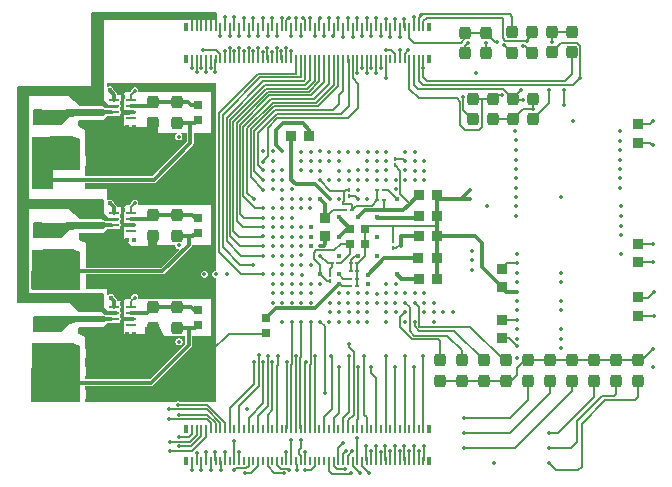
<source format=gbr>
%TF.GenerationSoftware,KiCad,Pcbnew,8.0.1*%
%TF.CreationDate,2024-12-16T00:39:24-05:00*%
%TF.ProjectId,cm,636d2e6b-6963-4616-945f-706362585858,rev?*%
%TF.SameCoordinates,Original*%
%TF.FileFunction,Copper,L8,Bot*%
%TF.FilePolarity,Positive*%
%FSLAX46Y46*%
G04 Gerber Fmt 4.6, Leading zero omitted, Abs format (unit mm)*
G04 Created by KiCad (PCBNEW 8.0.1) date 2024-12-16 00:39:24*
%MOMM*%
%LPD*%
G01*
G04 APERTURE LIST*
G04 Aperture macros list*
%AMRoundRect*
0 Rectangle with rounded corners*
0 $1 Rounding radius*
0 $2 $3 $4 $5 $6 $7 $8 $9 X,Y pos of 4 corners*
0 Add a 4 corners polygon primitive as box body*
4,1,4,$2,$3,$4,$5,$6,$7,$8,$9,$2,$3,0*
0 Add four circle primitives for the rounded corners*
1,1,$1+$1,$2,$3*
1,1,$1+$1,$4,$5*
1,1,$1+$1,$6,$7*
1,1,$1+$1,$8,$9*
0 Add four rect primitives between the rounded corners*
20,1,$1+$1,$2,$3,$4,$5,0*
20,1,$1+$1,$4,$5,$6,$7,0*
20,1,$1+$1,$6,$7,$8,$9,0*
20,1,$1+$1,$8,$9,$2,$3,0*%
G04 Aperture macros list end*
%TA.AperFunction,SMDPad,CuDef*%
%ADD10RoundRect,0.237500X-0.237500X0.287500X-0.237500X-0.287500X0.237500X-0.287500X0.237500X0.287500X0*%
%TD*%
%TA.AperFunction,SMDPad,CuDef*%
%ADD11R,0.890000X0.930000*%
%TD*%
%TA.AperFunction,SMDPad,CuDef*%
%ADD12R,0.930000X0.890000*%
%TD*%
%TA.AperFunction,SMDPad,CuDef*%
%ADD13R,0.838200X0.355600*%
%TD*%
%TA.AperFunction,SMDPad,CuDef*%
%ADD14R,0.355600X0.254000*%
%TD*%
%TA.AperFunction,SMDPad,CuDef*%
%ADD15RoundRect,0.237500X0.237500X-0.287500X0.237500X0.287500X-0.237500X0.287500X-0.237500X-0.287500X0*%
%TD*%
%TA.AperFunction,SMDPad,CuDef*%
%ADD16R,0.762000X0.660400*%
%TD*%
%TA.AperFunction,SMDPad,CuDef*%
%ADD17RoundRect,0.062500X0.337500X0.062500X-0.337500X0.062500X-0.337500X-0.062500X0.337500X-0.062500X0*%
%TD*%
%TA.AperFunction,SMDPad,CuDef*%
%ADD18R,0.254000X0.355600*%
%TD*%
%TA.AperFunction,SMDPad,CuDef*%
%ADD19R,0.660400X0.762000*%
%TD*%
%TA.AperFunction,SMDPad,CuDef*%
%ADD20RoundRect,0.237500X-0.237500X0.300000X-0.237500X-0.300000X0.237500X-0.300000X0.237500X0.300000X0*%
%TD*%
%TA.AperFunction,SMDPad,CuDef*%
%ADD21R,0.660400X1.371600*%
%TD*%
%TA.AperFunction,SMDPad,CuDef*%
%ADD22R,0.230000X0.660000*%
%TD*%
%TA.AperFunction,SMDPad,CuDef*%
%ADD23R,0.350000X0.660000*%
%TD*%
%TA.AperFunction,ViaPad*%
%ADD24C,0.350000*%
%TD*%
%TA.AperFunction,ViaPad*%
%ADD25C,0.403200*%
%TD*%
%TA.AperFunction,Conductor*%
%ADD26C,0.152400*%
%TD*%
%TA.AperFunction,Conductor*%
%ADD27C,0.203200*%
%TD*%
%TA.AperFunction,Conductor*%
%ADD28C,0.127000*%
%TD*%
%TA.AperFunction,Conductor*%
%ADD29C,0.304800*%
%TD*%
G04 APERTURE END LIST*
D10*
%TO.P,R26,1*%
%TO.N,+3V3*%
X135407400Y-89142600D03*
%TO.P,R26,2*%
%TO.N,/Flash + JTAG/FLASH_SCK*%
X135407400Y-90892600D03*
%TD*%
D11*
%TO.P,C23,1*%
%TO.N,+2V5*%
X124260000Y-82300000D03*
%TO.P,C23,2*%
%TO.N,GND*%
X125800000Y-82300000D03*
%TD*%
D10*
%TO.P,R24,1*%
%TO.N,+3V3*%
X139115800Y-89142600D03*
%TO.P,R24,2*%
%TO.N,/Flash + JTAG/FLASH_IO2*%
X139115800Y-90892600D03*
%TD*%
D12*
%TO.P,C16,1*%
%TO.N,+3V3*%
X142824200Y-83837400D03*
%TO.P,C16,2*%
%TO.N,GND*%
X142824200Y-85377400D03*
%TD*%
D10*
%TO.P,R23,1*%
%TO.N,+3V3*%
X140944600Y-89142600D03*
%TO.P,R23,2*%
%TO.N,/Flash + JTAG/FLASH_IO1*%
X140944600Y-90892600D03*
%TD*%
D11*
%TO.P,C29,1*%
%TO.N,+3V3*%
X124250000Y-80500000D03*
%TO.P,C29,2*%
%TO.N,GND*%
X125790000Y-80500000D03*
%TD*%
D13*
%TO.P,C1,1*%
%TO.N,+5V*%
X95894873Y-84874345D03*
%TO.P,C1,2*%
%TO.N,GND*%
X95894873Y-86525345D03*
%TD*%
%TO.P,C4,1*%
%TO.N,+5V*%
X95894873Y-76899000D03*
%TO.P,C4,2*%
%TO.N,GND*%
X95894873Y-78550000D03*
%TD*%
D14*
%TO.P,C36,1*%
%TO.N,+3V3*%
X118491200Y-82900000D03*
%TO.P,C36,2*%
%TO.N,GND*%
X119050000Y-82900000D03*
%TD*%
%TO.P,C33,1*%
%TO.N,+2V5*%
X118070600Y-76400000D03*
%TO.P,C33,2*%
%TO.N,GND*%
X118629400Y-76400000D03*
%TD*%
D15*
%TO.P,R31,1*%
%TO.N,JTAG_TMS*%
X137210800Y-63079600D03*
%TO.P,R31,2*%
%TO.N,+3V3*%
X137210800Y-61329600D03*
%TD*%
D16*
%TO.P,C28,1*%
%TO.N,+3V3*%
X111350000Y-85577700D03*
%TO.P,C28,2*%
%TO.N,GND*%
X111350000Y-86822300D03*
%TD*%
D15*
%TO.P,R33,1*%
%TO.N,+3V3*%
X129768600Y-90904000D03*
%TO.P,R33,2*%
%TO.N,/Flash + JTAG/CS1N*%
X129768600Y-89154000D03*
%TD*%
D11*
%TO.P,C20,1*%
%TO.N,+1V1*%
X124260000Y-76900000D03*
%TO.P,C20,2*%
%TO.N,GND*%
X125800000Y-76900000D03*
%TD*%
D17*
%TO.P,U1,1,EN*%
%TO.N,/Power/3V3_EN*%
X99907258Y-84664845D03*
%TO.P,U1,2,FB*%
%TO.N,Net-(U1-FB)*%
X99907258Y-85164845D03*
%TO.P,U1,3,AGND*%
%TO.N,GND*%
X99907258Y-85664845D03*
%TO.P,U1,4,NC*%
%TO.N,unconnected-(U1-NC-Pad4)*%
X99907258Y-86164845D03*
%TO.P,U1,5,PGND*%
%TO.N,GND*%
X98457258Y-86164845D03*
%TO.P,U1,6,SW*%
%TO.N,/Power/SW_3V3*%
X98457258Y-85664845D03*
%TO.P,U1,7,VIN*%
%TO.N,+5V*%
X98457258Y-85164845D03*
%TO.P,U1,8,PG*%
%TO.N,/Power/3V3_PG*%
X98457258Y-84664845D03*
%TD*%
D15*
%TO.P,R27,1*%
%TO.N,/Flash + JTAG/FLASH_CSN*%
X142798800Y-90867200D03*
%TO.P,R27,2*%
%TO.N,+3V3*%
X142798800Y-89117200D03*
%TD*%
D14*
%TO.P,C31,1*%
%TO.N,+1V1*%
X121329400Y-75600000D03*
%TO.P,C31,2*%
%TO.N,GND*%
X120770600Y-75600000D03*
%TD*%
D10*
%TO.P,R36,1*%
%TO.N,ECP5_INITN*%
X132232400Y-66993800D03*
%TO.P,R36,2*%
%TO.N,+3V3*%
X132232400Y-68743800D03*
%TD*%
D18*
%TO.P,C34,1*%
%TO.N,+2V5*%
X116750000Y-82479400D03*
%TO.P,C34,2*%
%TO.N,GND*%
X116750000Y-81920600D03*
%TD*%
D12*
%TO.P,C30,1*%
%TO.N,+3V3*%
X142800000Y-79310000D03*
%TO.P,C30,2*%
%TO.N,GND*%
X142800000Y-80850000D03*
%TD*%
D15*
%TO.P,R39,1*%
%TO.N,+3V3*%
X130530600Y-68743800D03*
%TO.P,R39,2*%
%TO.N,ECP5_DONE*%
X130530600Y-66993800D03*
%TD*%
D19*
%TO.P,C6,1*%
%TO.N,+2V5*%
X95209888Y-80772000D03*
%TO.P,C6,2*%
%TO.N,GND*%
X96454488Y-80772000D03*
%TD*%
D10*
%TO.P,R29,1*%
%TO.N,JTAG_TDO*%
X133883400Y-61355000D03*
%TO.P,R29,2*%
%TO.N,+3V3*%
X133883400Y-63105000D03*
%TD*%
D19*
%TO.P,C18,1*%
%TO.N,+3V3*%
X95209888Y-92024200D03*
%TO.P,C18,2*%
%TO.N,GND*%
X96454488Y-92024200D03*
%TD*%
D15*
%TO.P,R38,1*%
%TO.N,Net-(D6-A)*%
X128828800Y-68743800D03*
%TO.P,R38,2*%
%TO.N,ECP5_DONE*%
X128828800Y-66993800D03*
%TD*%
D18*
%TO.P,C41,1*%
%TO.N,+1V1*%
X122250000Y-72658800D03*
%TO.P,C41,2*%
%TO.N,GND*%
X122250000Y-72100000D03*
%TD*%
D15*
%TO.P,R6,1*%
%TO.N,+2V5*%
X103788354Y-78599000D03*
%TO.P,R6,2*%
%TO.N,Net-(U3-FB)*%
X103788354Y-76849000D03*
%TD*%
%TO.P,R34,1*%
%TO.N,+3V3*%
X126085600Y-90918000D03*
%TO.P,R34,2*%
%TO.N,/Flash + JTAG/SN_CSN*%
X126085600Y-89168000D03*
%TD*%
D19*
%TO.P,C19,1*%
%TO.N,+3V3*%
X95209888Y-88578845D03*
%TO.P,C19,2*%
%TO.N,GND*%
X96454488Y-88578845D03*
%TD*%
D15*
%TO.P,R35,1*%
%TO.N,+3V3*%
X128231700Y-63155800D03*
%TO.P,R35,2*%
%TO.N,ECP5_PRGMN_BTN*%
X128231700Y-61405800D03*
%TD*%
D12*
%TO.P,C15,1*%
%TO.N,+3V3*%
X142824200Y-69181600D03*
%TO.P,C15,2*%
%TO.N,GND*%
X142824200Y-70721600D03*
%TD*%
D10*
%TO.P,R22,1*%
%TO.N,+3V3*%
X133553200Y-89142600D03*
%TO.P,R22,2*%
%TO.N,/Flash + JTAG/FLASH_IO0*%
X133553200Y-90892600D03*
%TD*%
%TO.P,R25,1*%
%TO.N,+3V3*%
X137287000Y-89142600D03*
%TO.P,R25,2*%
%TO.N,/Flash + JTAG/FLASH_IO3*%
X137287000Y-90892600D03*
%TD*%
%TO.P,R2,1*%
%TO.N,Net-(U1-FB)*%
X101756354Y-84636845D03*
%TO.P,R2,2*%
%TO.N,GND*%
X101756354Y-86386845D03*
%TD*%
D16*
%TO.P,C5,1*%
%TO.N,+2V5*%
X105586354Y-78346300D03*
%TO.P,C5,2*%
%TO.N,Net-(U3-FB)*%
X105586354Y-77101700D03*
%TD*%
D14*
%TO.P,C40,1*%
%TO.N,+2V5*%
X121308800Y-74750000D03*
%TO.P,C40,2*%
%TO.N,GND*%
X120750000Y-74750000D03*
%TD*%
D12*
%TO.P,C24,1*%
%TO.N,+2V5*%
X116350000Y-77080000D03*
%TO.P,C24,2*%
%TO.N,GND*%
X116350000Y-78620000D03*
%TD*%
D10*
%TO.P,R7,1*%
%TO.N,Net-(U3-FB)*%
X101756354Y-76849000D03*
%TO.P,R7,2*%
%TO.N,GND*%
X101756354Y-78599000D03*
%TD*%
D16*
%TO.P,C9,1*%
%TO.N,+1V1*%
X105586354Y-68795900D03*
%TO.P,C9,2*%
%TO.N,Net-(U5-FB)*%
X105586354Y-67551300D03*
%TD*%
D17*
%TO.P,U5,1,EN*%
%TO.N,/Power/1V1_EN*%
X99907258Y-67157600D03*
%TO.P,U5,2,FB*%
%TO.N,Net-(U5-FB)*%
X99907258Y-67657600D03*
%TO.P,U5,3,AGND*%
%TO.N,GND*%
X99907258Y-68157600D03*
%TO.P,U5,4,NC*%
%TO.N,unconnected-(U5-NC-Pad4)*%
X99907258Y-68657600D03*
%TO.P,U5,5,PGND*%
%TO.N,GND*%
X98457258Y-68657600D03*
%TO.P,U5,6,SW*%
%TO.N,/Power/SW_1V1*%
X98457258Y-68157600D03*
%TO.P,U5,7,VIN*%
%TO.N,+5V*%
X98457258Y-67657600D03*
%TO.P,U5,8,PG*%
%TO.N,/Power/1V1_PG*%
X98457258Y-67157600D03*
%TD*%
D12*
%TO.P,C13,1*%
%TO.N,+3V3*%
X131292600Y-85742400D03*
%TO.P,C13,2*%
%TO.N,GND*%
X131292600Y-87282400D03*
%TD*%
D17*
%TO.P,U3,1,EN*%
%TO.N,/Power/2V5_EN*%
X99907258Y-76708000D03*
%TO.P,U3,2,FB*%
%TO.N,Net-(U3-FB)*%
X99907258Y-77208000D03*
%TO.P,U3,3,AGND*%
%TO.N,GND*%
X99907258Y-77708000D03*
%TO.P,U3,4,NC*%
%TO.N,unconnected-(U3-NC-Pad4)*%
X99907258Y-78208000D03*
%TO.P,U3,5,PGND*%
%TO.N,GND*%
X98457258Y-78208000D03*
%TO.P,U3,6,SW*%
%TO.N,/Power/SW_2V5*%
X98457258Y-77708000D03*
%TO.P,U3,7,VIN*%
%TO.N,+5V*%
X98457258Y-77208000D03*
%TO.P,U3,8,PG*%
%TO.N,/Power/2V5_PG*%
X98457258Y-76708000D03*
%TD*%
D15*
%TO.P,R30,1*%
%TO.N,JTAG_TDI*%
X135559800Y-63079600D03*
%TO.P,R30,2*%
%TO.N,+3V3*%
X135559800Y-61329600D03*
%TD*%
D11*
%TO.P,C21,1*%
%TO.N,+1V1*%
X124260000Y-75150000D03*
%TO.P,C21,2*%
%TO.N,GND*%
X125800000Y-75150000D03*
%TD*%
D10*
%TO.P,R12,1*%
%TO.N,Net-(U5-FB)*%
X101756354Y-67298600D03*
%TO.P,R12,2*%
%TO.N,GND*%
X101756354Y-69048600D03*
%TD*%
D19*
%TO.P,C10,1*%
%TO.N,+1V1*%
X95237300Y-72263000D03*
%TO.P,C10,2*%
%TO.N,GND*%
X96481900Y-72263000D03*
%TD*%
%TO.P,C3,1*%
%TO.N,+3V3*%
X95209888Y-90119200D03*
%TO.P,C3,2*%
%TO.N,GND*%
X96454488Y-90119200D03*
%TD*%
D20*
%TO.P,C12,1*%
%TO.N,ECP5_PRGMN_BTN*%
X129958900Y-61418300D03*
%TO.P,C12,2*%
%TO.N,GND*%
X129958900Y-63143300D03*
%TD*%
D15*
%TO.P,R37,1*%
%TO.N,Net-(D5-A)*%
X133934200Y-68743800D03*
%TO.P,R37,2*%
%TO.N,+3V3*%
X133934200Y-66993800D03*
%TD*%
D14*
%TO.P,C39,1*%
%TO.N,+2V5*%
X117479400Y-80950000D03*
%TO.P,C39,2*%
%TO.N,GND*%
X116920600Y-80950000D03*
%TD*%
D15*
%TO.P,R1,1*%
%TO.N,+3V3*%
X103788354Y-86386845D03*
%TO.P,R1,2*%
%TO.N,Net-(U1-FB)*%
X103788354Y-84636845D03*
%TD*%
%TO.P,R32,1*%
%TO.N,+3V3*%
X127914400Y-90918000D03*
%TO.P,R32,2*%
%TO.N,/Flash + JTAG/WRITEN*%
X127914400Y-89168000D03*
%TD*%
D13*
%TO.P,C8,1*%
%TO.N,+5V*%
X95894873Y-67322700D03*
%TO.P,C8,2*%
%TO.N,GND*%
X95894873Y-68973700D03*
%TD*%
D14*
%TO.P,C42,1*%
%TO.N,+1V1*%
X118500000Y-81600000D03*
%TO.P,C42,2*%
%TO.N,GND*%
X119058800Y-81600000D03*
%TD*%
D15*
%TO.P,R11,1*%
%TO.N,+1V1*%
X103788354Y-69048600D03*
%TO.P,R11,2*%
%TO.N,Net-(U5-FB)*%
X103788354Y-67298600D03*
%TD*%
D18*
%TO.P,C37,1*%
%TO.N,+3V3*%
X118350000Y-75279400D03*
%TO.P,C37,2*%
%TO.N,GND*%
X118350000Y-74720600D03*
%TD*%
D21*
%TO.P,L2,1,1*%
%TO.N,/Power/SW_2V5*%
X92044873Y-78130400D03*
%TO.P,L2,2,2*%
%TO.N,+2V5*%
X92044873Y-80518000D03*
%TD*%
D15*
%TO.P,R28,1*%
%TO.N,GND*%
X132207000Y-63105000D03*
%TO.P,R28,2*%
%TO.N,JTAG_TCK*%
X132207000Y-61355000D03*
%TD*%
D19*
%TO.P,C25,1*%
%TO.N,+2V5*%
X118477700Y-79300000D03*
%TO.P,C25,2*%
%TO.N,GND*%
X119722300Y-79300000D03*
%TD*%
D21*
%TO.P,L3,1,1*%
%TO.N,/Power/SW_1V1*%
X92044873Y-68529200D03*
%TO.P,L3,2,2*%
%TO.N,+1V1*%
X92044873Y-70916800D03*
%TD*%
D16*
%TO.P,C2,1*%
%TO.N,+3V3*%
X105586354Y-86134145D03*
%TO.P,C2,2*%
%TO.N,Net-(U1-FB)*%
X105586354Y-84889545D03*
%TD*%
D22*
%TO.P,J1,1,1*%
%TO.N,JTAG_TDO*%
X124670000Y-60935000D03*
%TO.P,J1,2,2*%
%TO.N,JTAG_TMS*%
X124670000Y-63645000D03*
%TO.P,J1,3,3*%
%TO.N,JTAG_TCK*%
X124270000Y-60935000D03*
%TO.P,J1,4,4*%
%TO.N,JTAG_TDI*%
X124270000Y-63645000D03*
%TO.P,J1,5,5*%
%TO.N,GND*%
X123870000Y-60935000D03*
%TO.P,J1,6,6*%
%TO.N,ECP5_INITN*%
X123870000Y-63645000D03*
%TO.P,J1,7,7*%
%TO.N,ECP5_PRGMN_BTN*%
X123470000Y-60935000D03*
%TO.P,J1,8,8*%
%TO.N,ECP5_DONE*%
X123470000Y-63645000D03*
%TO.P,J1,9,9*%
%TO.N,IO_C12*%
X123070000Y-60935000D03*
%TO.P,J1,10,10*%
%TO.N,/Hirose Connectors/IO_P2*%
X123070000Y-63645000D03*
%TO.P,J1,11,11*%
%TO.N,IO_C13*%
X122670000Y-60935000D03*
%TO.P,J1,12,12*%
%TO.N,/Hirose Connectors/IO_P4*%
X122670000Y-63645000D03*
%TO.P,J1,13,13*%
%TO.N,IO_C14*%
X122270000Y-60935000D03*
%TO.P,J1,14,14*%
%TO.N,/Hirose Connectors/IO_N4*%
X122270000Y-63645000D03*
%TO.P,J1,15,15*%
%TO.N,IO_C15*%
X121870000Y-60935000D03*
%TO.P,J1,16,16*%
%TO.N,unconnected-(J1-Pad16)*%
X121870000Y-63645000D03*
%TO.P,J1,17,17*%
%TO.N,IO_C16*%
X121470000Y-60935000D03*
%TO.P,J1,18,18*%
%TO.N,IO_F19*%
X121470000Y-63645000D03*
%TO.P,J1,19,19*%
%TO.N,IO_C17*%
X121070000Y-60935000D03*
%TO.P,J1,20,20*%
%TO.N,IO_F17*%
X121070000Y-63645000D03*
%TO.P,J1,21,21*%
%TO.N,IO_B18*%
X120670000Y-60935000D03*
%TO.P,J1,22,22*%
%TO.N,IO_E19*%
X120670000Y-63645000D03*
%TO.P,J1,23,23*%
%TO.N,IO_B17*%
X120270000Y-60935000D03*
%TO.P,J1,24,24*%
%TO.N,IO_E18*%
X120270000Y-63645000D03*
%TO.P,J1,25,25*%
%TO.N,IO_B16*%
X119870000Y-60935000D03*
%TO.P,J1,26,26*%
%TO.N,IO_D19*%
X119870000Y-63645000D03*
%TO.P,J1,27,27*%
%TO.N,IO_B15*%
X119470000Y-60935000D03*
%TO.P,J1,28,28*%
%TO.N,IO_D18*%
X119470000Y-63645000D03*
%TO.P,J1,29,29*%
%TO.N,IO_B13*%
X119070000Y-60935000D03*
%TO.P,J1,30,30*%
%TO.N,IO_E17*%
X119070000Y-63645000D03*
%TO.P,J1,31,31*%
%TO.N,IO_B12*%
X118670000Y-60935000D03*
%TO.P,J1,32,32*%
%TO.N,IO_A18*%
X118670000Y-63645000D03*
%TO.P,J1,33,33*%
%TO.N,IO_B11*%
X118270000Y-60935000D03*
%TO.P,J1,34,34*%
%TO.N,IO_A17*%
X118270000Y-63645000D03*
%TO.P,J1,35,35*%
%TO.N,IO_B10*%
X117870000Y-60935000D03*
%TO.P,J1,36,36*%
%TO.N,IO_A16*%
X117870000Y-63645000D03*
%TO.P,J1,37,37*%
%TO.N,IO_B9*%
X117470000Y-60935000D03*
%TO.P,J1,38,38*%
%TO.N,IO_A15*%
X117470000Y-63645000D03*
%TO.P,J1,39,39*%
%TO.N,IO_B8*%
X117070000Y-60935000D03*
%TO.P,J1,40,40*%
%TO.N,IO_A14*%
X117070000Y-63645000D03*
%TO.P,J1,41,41*%
%TO.N,IO_B6*%
X116670000Y-60935000D03*
%TO.P,J1,42,42*%
%TO.N,IO_A13*%
X116670000Y-63645000D03*
%TO.P,J1,43,43*%
%TO.N,IO_U19*%
X116270000Y-60935000D03*
%TO.P,J1,44,44*%
%TO.N,IO_A12*%
X116270000Y-63645000D03*
%TO.P,J1,45,45*%
%TO.N,IO_T19*%
X115870000Y-60935000D03*
%TO.P,J1,46,46*%
%TO.N,IO_A11*%
X115870000Y-63645000D03*
%TO.P,J1,47,47*%
%TO.N,IO_P19*%
X115470000Y-60935000D03*
%TO.P,J1,48,48*%
%TO.N,IO_A10*%
X115470000Y-63645000D03*
%TO.P,J1,49,49*%
%TO.N,IO_N19*%
X115070000Y-60935000D03*
%TO.P,J1,50,50*%
%TO.N,IO_A9*%
X115070000Y-63645000D03*
%TO.P,J1,51,51*%
%TO.N,/Hirose Connectors/IO_P5*%
X114670000Y-60935000D03*
%TO.P,J1,52,52*%
%TO.N,IO_A8*%
X114670000Y-63645000D03*
%TO.P,J1,53,53*%
%TO.N,IO_M19*%
X114270000Y-60935000D03*
%TO.P,J1,54,54*%
%TO.N,IO_A7*%
X114270000Y-63645000D03*
%TO.P,J1,55,55*%
%TO.N,/Hirose Connectors/IO_N5*%
X113870000Y-60935000D03*
%TO.P,J1,56,56*%
%TO.N,IO_A6*%
X113870000Y-63645000D03*
%TO.P,J1,57,57*%
%TO.N,IO_L19*%
X113470000Y-60935000D03*
%TO.P,J1,58,58*%
%TO.N,IO_U20*%
X113470000Y-63645000D03*
%TO.P,J1,59,59*%
%TO.N,/Hirose Connectors/IO_E7*%
X113070000Y-60935000D03*
%TO.P,J1,60,60*%
%TO.N,IO_T20*%
X113070000Y-63645000D03*
%TO.P,J1,61,61*%
%TO.N,IO_K19*%
X112670000Y-60935000D03*
%TO.P,J1,62,62*%
%TO.N,IO_R20*%
X112670000Y-63645000D03*
%TO.P,J1,63,63*%
%TO.N,IO_J19*%
X112270000Y-60935000D03*
%TO.P,J1,64,64*%
%TO.N,IO_P20*%
X112270000Y-63645000D03*
%TO.P,J1,65,65*%
%TO.N,GND*%
X111870000Y-60935000D03*
%TO.P,J1,66,66*%
%TO.N,IO_N20*%
X111870000Y-63645000D03*
%TO.P,J1,67,67*%
%TO.N,GND*%
X111470000Y-60935000D03*
%TO.P,J1,68,68*%
%TO.N,IO_M20*%
X111470000Y-63645000D03*
%TO.P,J1,69,69*%
%TO.N,GND*%
X111070000Y-60935000D03*
%TO.P,J1,70,70*%
%TO.N,IO_L20*%
X111070000Y-63645000D03*
%TO.P,J1,71,71*%
%TO.N,GND*%
X110670000Y-60935000D03*
%TO.P,J1,72,72*%
%TO.N,IO_K20*%
X110670000Y-63645000D03*
%TO.P,J1,73,73*%
%TO.N,GND*%
X110270000Y-60935000D03*
%TO.P,J1,74,74*%
%TO.N,IO_J20*%
X110270000Y-63645000D03*
%TO.P,J1,75,75*%
%TO.N,GND*%
X109870000Y-60935000D03*
%TO.P,J1,76,76*%
%TO.N,IO_H20*%
X109870000Y-63645000D03*
%TO.P,J1,77,77*%
%TO.N,+3V3*%
X109470000Y-60935000D03*
%TO.P,J1,78,78*%
%TO.N,IO_G20*%
X109470000Y-63645000D03*
%TO.P,J1,79,79*%
%TO.N,+3V3*%
X109070000Y-60935000D03*
%TO.P,J1,80,80*%
%TO.N,IO_F20*%
X109070000Y-63645000D03*
%TO.P,J1,81,81*%
%TO.N,+3V3*%
X108670000Y-60935000D03*
%TO.P,J1,82,82*%
%TO.N,IO_E20*%
X108670000Y-63645000D03*
%TO.P,J1,83,83*%
%TO.N,+3V3*%
X108270000Y-60935000D03*
%TO.P,J1,84,84*%
%TO.N,IO_D20*%
X108270000Y-63645000D03*
%TO.P,J1,85,85*%
%TO.N,+3V3*%
X107870000Y-60935000D03*
%TO.P,J1,86,86*%
%TO.N,IO_C20*%
X107870000Y-63645000D03*
%TO.P,J1,87,87*%
%TO.N,+3V3*%
X107470000Y-60935000D03*
%TO.P,J1,88,88*%
%TO.N,IO_B20*%
X107470000Y-63645000D03*
%TO.P,J1,89,89*%
%TO.N,+5V*%
X107070000Y-60935000D03*
%TO.P,J1,90,90*%
%TO.N,IO_D14*%
X107070000Y-63645000D03*
%TO.P,J1,91,91*%
%TO.N,+5V*%
X106670000Y-60935000D03*
%TO.P,J1,92,92*%
%TO.N,IO_D15*%
X106670000Y-63645000D03*
%TO.P,J1,93,93*%
%TO.N,+5V*%
X106270000Y-60935000D03*
%TO.P,J1,94,94*%
%TO.N,IO_D13*%
X106270000Y-63645000D03*
%TO.P,J1,95,95*%
%TO.N,+5V*%
X105870000Y-60935000D03*
%TO.P,J1,96,96*%
%TO.N,IO_D12*%
X105870000Y-63645000D03*
%TO.P,J1,97,97*%
%TO.N,+5V*%
X105470000Y-60935000D03*
%TO.P,J1,98,98*%
%TO.N,IO_B19*%
X105470000Y-63645000D03*
%TO.P,J1,99,99*%
%TO.N,+5V*%
X105070000Y-60935000D03*
%TO.P,J1,100,100*%
%TO.N,IO_A19*%
X105070000Y-63645000D03*
D23*
%TO.P,J1,S1*%
%TO.N,N/C*%
X125145000Y-63645000D03*
%TO.P,J1,S2*%
X125145000Y-60935000D03*
%TO.P,J1,S3*%
X104595000Y-63645000D03*
%TO.P,J1,S4*%
X104595000Y-60935000D03*
%TD*%
D11*
%TO.P,C27,1*%
%TO.N,+3V3*%
X124260000Y-78650000D03*
%TO.P,C27,2*%
%TO.N,GND*%
X125800000Y-78650000D03*
%TD*%
D12*
%TO.P,C14,1*%
%TO.N,+3V3*%
X131292600Y-81399000D03*
%TO.P,C14,2*%
%TO.N,GND*%
X131292600Y-82939000D03*
%TD*%
D14*
%TO.P,C32,1*%
%TO.N,+1V1*%
X118500000Y-80950000D03*
%TO.P,C32,2*%
%TO.N,GND*%
X119058800Y-80950000D03*
%TD*%
D10*
%TO.P,R21,1*%
%TO.N,Net-(U9I-CFG_1)*%
X131648200Y-89142600D03*
%TO.P,R21,2*%
%TO.N,+3V3*%
X131648200Y-90892600D03*
%TD*%
D19*
%TO.P,C7,1*%
%TO.N,+2V5*%
X95209888Y-82423000D03*
%TO.P,C7,2*%
%TO.N,GND*%
X96454488Y-82423000D03*
%TD*%
D18*
%TO.P,C35,1*%
%TO.N,+3V3*%
X122100000Y-79629400D03*
%TO.P,C35,2*%
%TO.N,GND*%
X122100000Y-79070600D03*
%TD*%
D14*
%TO.P,C38,1*%
%TO.N,+3V3*%
X118491200Y-82250000D03*
%TO.P,C38,2*%
%TO.N,GND*%
X119050000Y-82250000D03*
%TD*%
D22*
%TO.P,J2,1,1*%
%TO.N,IO_V1*%
X124670000Y-94930000D03*
%TO.P,J2,2,2*%
%TO.N,IO_C10*%
X124670000Y-97640000D03*
%TO.P,J2,3,3*%
%TO.N,unconnected-(J2-Pad3)*%
X124270000Y-94930000D03*
%TO.P,J2,4,4*%
%TO.N,/Hirose Connectors/IO_P3*%
X124270000Y-97640000D03*
%TO.P,J2,5,5*%
%TO.N,IO_U1*%
X123870000Y-94930000D03*
%TO.P,J2,6,6*%
%TO.N,/Hirose Connectors/IO_D11*%
X123870000Y-97640000D03*
%TO.P,J2,7,7*%
%TO.N,unconnected-(J2-Pad7)*%
X123470000Y-94930000D03*
%TO.P,J2,8,8*%
%TO.N,/Hirose Connectors/IO_N2*%
X123470000Y-97640000D03*
%TO.P,J2,9,9*%
%TO.N,IO_T1*%
X123070000Y-94930000D03*
%TO.P,J2,10,10*%
%TO.N,/Hirose Connectors/IO_C9*%
X123070000Y-97640000D03*
%TO.P,J2,11,11*%
%TO.N,unconnected-(J2-Pad11)*%
X122670000Y-94930000D03*
%TO.P,J2,12,12*%
%TO.N,/Hirose Connectors/IO_N3*%
X122670000Y-97640000D03*
%TO.P,J2,13,13*%
%TO.N,IO_R1*%
X122270000Y-94930000D03*
%TO.P,J2,14,14*%
%TO.N,/Hirose Connectors/IO_C8*%
X122270000Y-97640000D03*
%TO.P,J2,15,15*%
%TO.N,unconnected-(J2-Pad15)*%
X121870000Y-94930000D03*
%TO.P,J2,16,16*%
%TO.N,/Hirose Connectors/IO_M3*%
X121870000Y-97640000D03*
%TO.P,J2,17,17*%
%TO.N,/Hirose Connectors/IO_P1*%
X121470000Y-94930000D03*
%TO.P,J2,18,18*%
%TO.N,/Hirose Connectors/IO_C7*%
X121470000Y-97640000D03*
%TO.P,J2,19,19*%
%TO.N,unconnected-(J2-Pad19)*%
X121070000Y-94930000D03*
%TO.P,J2,20,20*%
%TO.N,/Hirose Connectors/IO_L3*%
X121070000Y-97640000D03*
%TO.P,J2,21,21*%
%TO.N,IO_N1*%
X120670000Y-94930000D03*
%TO.P,J2,22,22*%
%TO.N,/Hirose Connectors/IO_C6*%
X120670000Y-97640000D03*
%TO.P,J2,23,23*%
%TO.N,unconnected-(J2-Pad23)*%
X120270000Y-94930000D03*
%TO.P,J2,24,24*%
%TO.N,/Hirose Connectors/IO_L2*%
X120270000Y-97640000D03*
%TO.P,J2,25,25*%
%TO.N,IO_M1*%
X119870000Y-94930000D03*
%TO.P,J2,26,26*%
%TO.N,/Hirose Connectors/IO_C11*%
X119870000Y-97640000D03*
%TO.P,J2,27,27*%
%TO.N,unconnected-(J2-Pad27)*%
X119470000Y-94930000D03*
%TO.P,J2,28,28*%
%TO.N,/Hirose Connectors/IO_F3*%
X119470000Y-97640000D03*
%TO.P,J2,29,29*%
%TO.N,IO_L1*%
X119070000Y-94930000D03*
%TO.P,J2,30,30*%
%TO.N,/Hirose Connectors/IO_K2*%
X119070000Y-97640000D03*
%TO.P,J2,31,31*%
%TO.N,unconnected-(J2-Pad31)*%
X118670000Y-94930000D03*
%TO.P,J2,32,32*%
%TO.N,/Hirose Connectors/IO_K3*%
X118670000Y-97640000D03*
%TO.P,J2,33,33*%
%TO.N,IO_K1*%
X118270000Y-94930000D03*
%TO.P,J2,34,34*%
%TO.N,/Hirose Connectors/IO_J3*%
X118270000Y-97640000D03*
%TO.P,J2,35,35*%
%TO.N,IO_J1*%
X117870000Y-94930000D03*
%TO.P,J2,36,36*%
%TO.N,/Hirose Connectors/IO_H2*%
X117870000Y-97640000D03*
%TO.P,J2,37,37*%
%TO.N,unconnected-(J2-Pad37)*%
X117470000Y-94930000D03*
%TO.P,J2,38,38*%
%TO.N,/Hirose Connectors/IO_E3*%
X117470000Y-97640000D03*
%TO.P,J2,39,39*%
%TO.N,IO_H1*%
X117070000Y-94930000D03*
%TO.P,J2,40,40*%
%TO.N,/Hirose Connectors/IO_D3*%
X117070000Y-97640000D03*
%TO.P,J2,41,41*%
%TO.N,unconnected-(J2-Pad41)*%
X116670000Y-94930000D03*
%TO.P,J2,42,42*%
%TO.N,/Hirose Connectors/IO_C2*%
X116670000Y-97640000D03*
%TO.P,J2,43,43*%
%TO.N,IO_G1*%
X116270000Y-94930000D03*
%TO.P,J2,44,44*%
%TO.N,unconnected-(J2-Pad44)*%
X116270000Y-97640000D03*
%TO.P,J2,45,45*%
%TO.N,unconnected-(J2-Pad45)*%
X115870000Y-94930000D03*
%TO.P,J2,46,46*%
%TO.N,unconnected-(J2-Pad46)*%
X115870000Y-97640000D03*
%TO.P,J2,47,47*%
%TO.N,IO_F1*%
X115470000Y-94930000D03*
%TO.P,J2,48,48*%
%TO.N,IO_C3*%
X115470000Y-97640000D03*
%TO.P,J2,49,49*%
%TO.N,IO_F2*%
X115070000Y-94930000D03*
%TO.P,J2,50,50*%
%TO.N,unconnected-(J2-Pad50)*%
X115070000Y-97640000D03*
%TO.P,J2,51,51*%
%TO.N,IO_E1*%
X114670000Y-94930000D03*
%TO.P,J2,52,52*%
%TO.N,IO_B3*%
X114670000Y-97640000D03*
%TO.P,J2,53,53*%
%TO.N,IO_E2*%
X114270000Y-94930000D03*
%TO.P,J2,54,54*%
%TO.N,/Hirose Connectors/IO_H3*%
X114270000Y-97640000D03*
%TO.P,J2,55,55*%
%TO.N,IO_D1*%
X113870000Y-94930000D03*
%TO.P,J2,56,56*%
%TO.N,IO_F4*%
X113870000Y-97640000D03*
%TO.P,J2,57,57*%
%TO.N,IO_D2*%
X113470000Y-94930000D03*
%TO.P,J2,58,58*%
%TO.N,/Hirose Connectors/IO_G3*%
X113470000Y-97640000D03*
%TO.P,J2,59,59*%
%TO.N,IO_C1*%
X113070000Y-94930000D03*
%TO.P,J2,60,60*%
%TO.N,IO_G5*%
X113070000Y-97640000D03*
%TO.P,J2,61,61*%
%TO.N,unconnected-(J2-Pad61)*%
X112670000Y-94930000D03*
%TO.P,J2,62,62*%
%TO.N,unconnected-(J2-Pad62)*%
X112670000Y-97640000D03*
%TO.P,J2,63,63*%
%TO.N,IO_B1*%
X112270000Y-94930000D03*
%TO.P,J2,64,64*%
%TO.N,IO_B5*%
X112270000Y-97640000D03*
%TO.P,J2,65,65*%
%TO.N,unconnected-(J2-Pad65)*%
X111870000Y-94930000D03*
%TO.P,J2,66,66*%
%TO.N,unconnected-(J2-Pad66)*%
X111870000Y-97640000D03*
%TO.P,J2,67,67*%
%TO.N,IO_B2*%
X111470000Y-94930000D03*
%TO.P,J2,68,68*%
%TO.N,IO_D5*%
X111470000Y-97640000D03*
%TO.P,J2,69,69*%
%TO.N,unconnected-(J2-Pad69)*%
X111070000Y-94930000D03*
%TO.P,J2,70,70*%
%TO.N,unconnected-(J2-Pad70)*%
X111070000Y-97640000D03*
%TO.P,J2,71,71*%
%TO.N,IO_A2*%
X110670000Y-94930000D03*
%TO.P,J2,72,72*%
%TO.N,IO_D6*%
X110670000Y-97640000D03*
%TO.P,J2,73,73*%
%TO.N,unconnected-(J2-Pad73)*%
X110270000Y-94930000D03*
%TO.P,J2,74,74*%
%TO.N,unconnected-(J2-Pad74)*%
X110270000Y-97640000D03*
%TO.P,J2,75,75*%
%TO.N,IO_A3*%
X109870000Y-94930000D03*
%TO.P,J2,76,76*%
%TO.N,IO_E6*%
X109870000Y-97640000D03*
%TO.P,J2,77,77*%
%TO.N,unconnected-(J2-Pad77)*%
X109470000Y-94930000D03*
%TO.P,J2,78,78*%
%TO.N,unconnected-(J2-Pad78)*%
X109470000Y-97640000D03*
%TO.P,J2,79,79*%
%TO.N,IO_A4*%
X109070000Y-94930000D03*
%TO.P,J2,80,80*%
%TO.N,IO_E5*%
X109070000Y-97640000D03*
%TO.P,J2,81,81*%
%TO.N,unconnected-(J2-Pad81)*%
X108670000Y-94930000D03*
%TO.P,J2,82,82*%
%TO.N,IO_F4*%
X108670000Y-97640000D03*
%TO.P,J2,83,83*%
%TO.N,IO_A5*%
X108270000Y-94930000D03*
%TO.P,J2,84,84*%
%TO.N,unconnected-(J2-Pad84)*%
X108270000Y-97640000D03*
%TO.P,J2,85,85*%
%TO.N,IO_E9*%
X107870000Y-94930000D03*
%TO.P,J2,86,86*%
%TO.N,IO_E4*%
X107870000Y-97640000D03*
%TO.P,J2,87,87*%
%TO.N,IO_E14*%
X107470000Y-94930000D03*
%TO.P,J2,88,88*%
%TO.N,IO_C4*%
X107470000Y-97640000D03*
%TO.P,J2,89,89*%
%TO.N,IO_E13*%
X107070000Y-94930000D03*
%TO.P,J2,90,90*%
%TO.N,IO_B4*%
X107070000Y-97640000D03*
%TO.P,J2,91,91*%
%TO.N,IO_E15*%
X106670000Y-94930000D03*
%TO.P,J2,92,92*%
%TO.N,IO_F5*%
X106670000Y-97640000D03*
%TO.P,J2,93,93*%
%TO.N,IO_E10*%
X106270000Y-94930000D03*
%TO.P,J2,94,94*%
%TO.N,IO_C5*%
X106270000Y-97640000D03*
%TO.P,J2,95,95*%
%TO.N,IO_D9*%
X105870000Y-94930000D03*
%TO.P,J2,96,96*%
%TO.N,IO_D7*%
X105870000Y-97640000D03*
%TO.P,J2,97,97*%
%TO.N,IO_E11*%
X105470000Y-94930000D03*
%TO.P,J2,98,98*%
%TO.N,IO_E8*%
X105470000Y-97640000D03*
%TO.P,J2,99,99*%
%TO.N,IO_D10*%
X105070000Y-94930000D03*
%TO.P,J2,100,100*%
%TO.N,IO_D8*%
X105070000Y-97640000D03*
D23*
%TO.P,J2,S1*%
%TO.N,N/C*%
X125145000Y-97640000D03*
%TO.P,J2,S2*%
X125145000Y-94930000D03*
%TO.P,J2,S3*%
X104595000Y-97640000D03*
%TO.P,J2,S4*%
X104595000Y-94930000D03*
%TD*%
D19*
%TO.P,C22,1*%
%TO.N,+1V1*%
X118477700Y-78003400D03*
%TO.P,C22,2*%
%TO.N,GND*%
X119722300Y-78003400D03*
%TD*%
D11*
%TO.P,C26,1*%
%TO.N,+3V3*%
X113480000Y-70150000D03*
%TO.P,C26,2*%
%TO.N,GND*%
X115020000Y-70150000D03*
%TD*%
D21*
%TO.P,L1,1,1*%
%TO.N,/Power/SW_3V3*%
X92044873Y-86056045D03*
%TO.P,L1,2,2*%
%TO.N,+3V3*%
X92044873Y-88443645D03*
%TD*%
D24*
%TO.N,GND*%
X128600000Y-75460600D03*
D25*
X100165258Y-78994000D03*
X99187000Y-84912200D03*
D24*
X111861600Y-60147200D03*
D25*
X99187000Y-85928200D03*
X99212400Y-76403200D03*
X99181942Y-67919600D03*
D24*
X111480600Y-61696600D03*
D25*
X99161600Y-77978000D03*
X98125258Y-78994000D03*
D24*
X144195800Y-85394800D03*
X132588000Y-87960200D03*
X115900000Y-73100000D03*
X129958900Y-62280800D03*
D25*
X98795258Y-86929845D03*
D24*
X131495800Y-62458600D03*
X110261400Y-60147200D03*
D25*
X98795258Y-78984000D03*
X99207342Y-66827400D03*
X100160200Y-69443600D03*
D24*
X115900000Y-80300000D03*
X112728000Y-71450000D03*
X123875800Y-60121800D03*
D25*
X99545258Y-86939845D03*
X100165258Y-86939845D03*
D24*
X116700000Y-72300000D03*
X132562600Y-83337400D03*
X115100000Y-75500000D03*
D25*
X98120200Y-69443600D03*
X99540200Y-69443600D03*
D24*
X122300000Y-84300000D03*
X117500400Y-85877400D03*
D25*
X99187000Y-85420200D03*
D24*
X123150000Y-72288400D03*
X124700000Y-84300000D03*
D25*
X98790200Y-69433600D03*
X98125258Y-86939845D03*
X99187000Y-76936600D03*
D24*
X111074200Y-60147200D03*
X115900000Y-73900000D03*
D25*
X99181942Y-67386200D03*
D24*
X115150000Y-81100000D03*
D25*
X99187000Y-84404200D03*
D24*
X115900000Y-79450000D03*
D25*
X99545258Y-78994000D03*
D24*
X115900000Y-72300000D03*
X119913400Y-85902800D03*
D25*
X99161600Y-68453000D03*
X99187000Y-77470000D03*
D24*
X109880400Y-61696600D03*
X144100000Y-80850000D03*
X128618261Y-74704200D03*
X110667800Y-61696600D03*
X113512600Y-83464400D03*
X144068800Y-70916800D03*
%TO.N,+5V*%
X101027200Y-59994800D03*
%TO.N,/Power/3V3_PG*%
X103962200Y-70231000D03*
D25*
X98196400Y-83845400D03*
D24*
%TO.N,/Power/2V5_PG*%
X103971600Y-79425800D03*
D25*
X98120200Y-75869800D03*
%TO.N,/Power/1V1_PG*%
X98094800Y-66294000D03*
D24*
X103971600Y-87579200D03*
D25*
%TO.N,+3V3*%
X119938800Y-81915000D03*
X91770200Y-92430600D03*
D24*
X130657600Y-97891600D03*
X119126000Y-75488800D03*
D25*
X91770200Y-91313000D03*
X92379800Y-91313000D03*
D24*
X133959600Y-67868800D03*
X144094200Y-89763600D03*
X107873800Y-60121800D03*
X132562600Y-80949800D03*
D25*
X92379800Y-91871800D03*
D24*
X119930000Y-75480000D03*
X133100000Y-62550000D03*
X144068800Y-79349600D03*
D25*
X117525800Y-81889600D03*
D24*
X117525800Y-75488800D03*
D25*
X117525800Y-82677000D03*
X91770200Y-91871800D03*
D24*
X122761000Y-78638400D03*
D25*
X115138200Y-78689200D03*
X115138200Y-79502000D03*
D24*
X116738400Y-75488800D03*
X144119600Y-88163400D03*
X135559800Y-62227200D03*
X109070000Y-61694200D03*
X107470000Y-61673800D03*
D25*
X92989400Y-91871800D03*
D24*
X109702600Y-93268800D03*
X108661200Y-60121800D03*
X128485700Y-62280800D03*
X144068800Y-68935600D03*
X132588000Y-85750400D03*
D25*
X92989400Y-91313000D03*
X119938800Y-82677000D03*
D24*
X129159000Y-64795400D03*
X109474000Y-60147200D03*
D25*
X92989400Y-92430600D03*
X92379800Y-92430600D03*
D24*
X108270000Y-61686400D03*
X144170400Y-83337400D03*
D25*
X115138200Y-77901800D03*
D24*
X122761000Y-79451200D03*
%TO.N,/Power/3V3_EN*%
X107086400Y-81864200D03*
X100228400Y-83845400D03*
%TO.N,/Power/2V5_EN*%
X106121200Y-81864200D03*
X100228400Y-75869800D03*
%TO.N,/Power/1V1_EN*%
X100228400Y-66344800D03*
X108026200Y-81864200D03*
%TO.N,ECP5_PRGMN_BTN*%
X126314200Y-85090000D03*
X130898700Y-62179200D03*
%TO.N,ECP5_INITN*%
X132918200Y-66268600D03*
X133070600Y-67147633D03*
X125526800Y-85090000D03*
%TO.N,Net-(D5-A)*%
X135280400Y-66227700D03*
%TO.N,Net-(D6-A)*%
X128051800Y-66852800D03*
%TO.N,IO_D1*%
X113919000Y-88773000D03*
%TO.N,IO_D2*%
X113512600Y-85877400D03*
%TO.N,IO_E6*%
X108650000Y-98450000D03*
X114350800Y-81920800D03*
%TO.N,IO_G1*%
X116840000Y-88773000D03*
%TO.N,IO_A3*%
X111099600Y-89281000D03*
%TO.N,IO_E2*%
X114325400Y-85902800D03*
%TO.N,IO_E8*%
X114325400Y-80264000D03*
X105467428Y-96967428D03*
%TO.N,IO_B3*%
X111912400Y-84302600D03*
X114650000Y-96950000D03*
%TO.N,IO_G5*%
X113050000Y-96950000D03*
X115925600Y-82702400D03*
%TO.N,IO_J1*%
X118338600Y-88773000D03*
%TO.N,IO_D6*%
X113538000Y-81889600D03*
X109550000Y-98724128D03*
%TO.N,IO_B4*%
X111912400Y-83489800D03*
X107050000Y-96950000D03*
%TO.N,IO_D5*%
X113512600Y-82677000D03*
X112895503Y-98702811D03*
%TO.N,IO_B1*%
X112318800Y-88773000D03*
%TO.N,IO_U1*%
X123870000Y-89700000D03*
%TO.N,IO_K1*%
X118350000Y-87750000D03*
%TO.N,IO_E1*%
X114706400Y-89306400D03*
%TO.N,IO_A4*%
X110718600Y-88722200D03*
%TO.N,IO_F2*%
X115112800Y-85902800D03*
%TO.N,IO_R1*%
X122270000Y-89700000D03*
%TO.N,IO_A2*%
X111506000Y-88773000D03*
%TO.N,/Hirose Connectors/IO_P1*%
X121500000Y-88800000D03*
%TO.N,IO_D8*%
X113538000Y-80289400D03*
X105050000Y-98450000D03*
%TO.N,IO_D7*%
X105850000Y-98450000D03*
X113538000Y-81076800D03*
%TO.N,IO_L1*%
X119150000Y-89700000D03*
%TO.N,IO_A5*%
X110312200Y-89281000D03*
%TO.N,IO_C5*%
X112725200Y-82677000D03*
X106250000Y-96950000D03*
%TO.N,IO_V1*%
X124650000Y-88800000D03*
%TO.N,IO_B5*%
X111937800Y-82677000D03*
X113300000Y-98450000D03*
%TO.N,IO_B2*%
X111887000Y-89306400D03*
%TO.N,IO_E5*%
X114325400Y-82677000D03*
X109050000Y-96950000D03*
%TO.N,IO_N1*%
X120221800Y-89700000D03*
%TO.N,IO_F1*%
X115519200Y-88773000D03*
%TO.N,IO_M1*%
X119650000Y-88800000D03*
%TO.N,IO_C4*%
X112725200Y-83489800D03*
X107500000Y-98450000D03*
%TO.N,IO_F4*%
X115112800Y-83489800D03*
X113950000Y-98450000D03*
X108661200Y-95950000D03*
%TO.N,IO_F5*%
X115138200Y-82677000D03*
X106650000Y-98450000D03*
%TO.N,IO_T1*%
X123100000Y-88800000D03*
%TO.N,IO_C3*%
X114650000Y-98450000D03*
X112725200Y-84277200D03*
%TO.N,IO_H1*%
X117525800Y-89700000D03*
%TO.N,IO_C1*%
X113106200Y-89306400D03*
%TO.N,IO_J20*%
X110258484Y-63003434D03*
%TO.N,ECP5_DONE*%
X127152400Y-85090000D03*
X131313552Y-66721352D03*
%TO.N,JTAG_TCK*%
X124485400Y-59944000D03*
X123926600Y-83489800D03*
%TO.N,JTAG_TDI*%
X137355450Y-68874900D03*
X123113800Y-83489800D03*
X137922000Y-65278000D03*
%TO.N,JTAG_TDO*%
X136550400Y-66227700D03*
X133477000Y-62150000D03*
X125526800Y-84302600D03*
X136550400Y-67513200D03*
%TO.N,JTAG_TMS*%
X124663200Y-64389000D03*
X124714000Y-83489800D03*
%TO.N,Net-(U9I-CFG_1)*%
X123926600Y-84302600D03*
%TO.N,/Flash + JTAG/FLASH_IO0*%
X128066800Y-94056200D03*
%TO.N,/Flash + JTAG/FLASH_IO1*%
X135305800Y-96596200D03*
X125526800Y-85877400D03*
%TO.N,/Flash + JTAG/FLASH_IO2*%
X135305800Y-95326200D03*
%TO.N,/Flash + JTAG/FLASH_IO3*%
X128066800Y-96596200D03*
%TO.N,/Flash + JTAG/FLASH_SCK*%
X124714000Y-85064600D03*
X128066800Y-95326200D03*
%TO.N,/Flash + JTAG/FLASH_CSN*%
X123113800Y-85877400D03*
X135280400Y-97866200D03*
%TO.N,/Flash + JTAG/WRITEN*%
X123113800Y-84277200D03*
%TO.N,/Flash + JTAG/CS1N*%
X123926600Y-85902800D03*
%TO.N,/Flash + JTAG/SN_CSN*%
X123113800Y-85090000D03*
%TO.N,SDRAM_A7*%
X116713000Y-73897000D03*
X132511800Y-72158600D03*
%TO.N,SDRAM_D11*%
X132588000Y-84150200D03*
X119126000Y-84277200D03*
%TO.N,SDRAM_CASN*%
X141376400Y-76911200D03*
X119126000Y-73888600D03*
%TO.N,SDRAM_D4*%
X136300000Y-84150200D03*
X119913400Y-72288400D03*
%TO.N,SDRAM_CSN*%
X121513600Y-73888600D03*
X136300000Y-75350000D03*
%TO.N,SDRAM_A11*%
X122326400Y-73888600D03*
X132511800Y-74574400D03*
%TO.N,SDRAM_D6*%
X120726200Y-73896200D03*
X136300000Y-81762600D03*
%TO.N,SDRAM_A2*%
X124714000Y-73101200D03*
X141325600Y-70561200D03*
%TO.N,SDRAM_A5*%
X123926600Y-73101200D03*
X132486400Y-70535800D03*
%TO.N,/Hirose Connectors/IO_E7*%
X113250000Y-60150000D03*
X114325400Y-81076800D03*
%TO.N,CLK_25MHZ*%
X116357400Y-91922600D03*
X115925600Y-85877400D03*
%TO.N,SDRAM_D14*%
X132588000Y-87350600D03*
X119913400Y-83464400D03*
%TO.N,SDRAM_DQM1*%
X117525800Y-84277200D03*
X130022600Y-76123800D03*
%TO.N,SDRAM_A6*%
X123926600Y-73888600D03*
X132486400Y-71348600D03*
%TO.N,SDRAM_D12*%
X132588000Y-84937600D03*
X119126000Y-83489800D03*
%TO.N,SDRAM_A1*%
X124714000Y-73888600D03*
X141325600Y-71374000D03*
%TO.N,SDRAM_A9*%
X132511800Y-73761600D03*
X118331200Y-73101200D03*
%TO.N,SDRAM_A4*%
X132461000Y-69773800D03*
X123926600Y-72288400D03*
%TO.N,SDRAM_D13*%
X132588000Y-86537800D03*
X119913400Y-84277200D03*
%TO.N,SDRAM_WEN*%
X141401800Y-77774800D03*
X119126000Y-73075800D03*
%TO.N,SDRAM_A0*%
X141325600Y-72161400D03*
X116713000Y-71500000D03*
%TO.N,SDRAM_D10*%
X132588000Y-82550000D03*
X118313200Y-83489800D03*
%TO.N,SDRAM_D1*%
X136300000Y-87325200D03*
X121513600Y-73075800D03*
%TO.N,SDRAM_D9*%
X118313200Y-84277200D03*
X132588000Y-81737200D03*
%TO.N,SDRAM_RASN*%
X141376400Y-76123800D03*
X119126000Y-74701400D03*
%TO.N,SDRAM_D8*%
X117525800Y-83464400D03*
X132562600Y-80162400D03*
%TO.N,SDRAM_D3*%
X120726200Y-72288400D03*
X136300000Y-84937600D03*
%TO.N,SDRAM_BA0*%
X141351000Y-74549000D03*
X118338600Y-73888600D03*
%TO.N,SDRAM_A10*%
X117525800Y-72313800D03*
X141325600Y-72948800D03*
%TO.N,SDRAM_D7*%
X141376400Y-80137000D03*
X119913400Y-73075800D03*
%TO.N,SDRAM_D15*%
X132613400Y-88950800D03*
X120726200Y-83515200D03*
%TO.N,SDRAM_CKE*%
X123113800Y-73075800D03*
X132511800Y-76123800D03*
%TO.N,SDRAM_D5*%
X120726200Y-73101200D03*
X136300000Y-82550000D03*
%TO.N,SDRAM_A8*%
X117525800Y-73101200D03*
X132511800Y-72974200D03*
%TO.N,SDRAM_DQM0*%
X119913400Y-73888600D03*
X141427200Y-78511400D03*
%TO.N,SDRAM_A12*%
X132511800Y-75361800D03*
X122326400Y-74676000D03*
%TO.N,SDRAM_BA1*%
X141351000Y-73761600D03*
X117525800Y-73888600D03*
%TO.N,SDRAM_CLK*%
X123113800Y-73888600D03*
X132511800Y-76962000D03*
%TO.N,SDRAM_A3*%
X124714000Y-72288400D03*
X141351000Y-69773800D03*
%TO.N,SDRAM_D2*%
X136300000Y-86537800D03*
X121513600Y-72288400D03*
%TO.N,SDRAM_D0*%
X120726200Y-84302600D03*
X136300000Y-88112600D03*
D25*
%TO.N,+1V1*%
X92354400Y-74422000D03*
X92964000Y-73863200D03*
X92354400Y-73863200D03*
X120726200Y-80314800D03*
X91744800Y-73863200D03*
X92964000Y-73304400D03*
X91744800Y-73304400D03*
X117500400Y-78689200D03*
X119126000Y-80314800D03*
X91744800Y-74422000D03*
X120726200Y-77063600D03*
X117525800Y-77063600D03*
X117500400Y-80289400D03*
X120726200Y-78689200D03*
X119126000Y-77063600D03*
X92964000Y-74422000D03*
X92354400Y-73304400D03*
%TO.N,+2V5*%
X115900200Y-75488800D03*
X92989400Y-81762600D03*
X92379800Y-82321400D03*
D24*
X128752600Y-80695800D03*
D25*
X91770200Y-82321400D03*
X91770200Y-81762600D03*
X92379800Y-82880200D03*
X92379800Y-81762600D03*
X92989400Y-82321400D03*
X115925600Y-81889600D03*
D24*
X128752600Y-81483200D03*
D25*
X91770200Y-82880200D03*
X122402600Y-75488800D03*
D24*
X128752600Y-79883000D03*
D25*
X92989400Y-82880200D03*
X122402600Y-81889600D03*
D24*
%TO.N,IO_C20*%
X107870000Y-63000000D03*
%TO.N,IO_G20*%
X109448600Y-62992000D03*
%TO.N,IO_L20*%
X111048800Y-63017400D03*
%TO.N,IO_E20*%
X108670710Y-63002593D03*
%TO.N,IO_H20*%
X109880400Y-62712600D03*
%TO.N,IO_K20*%
X110667800Y-62712600D03*
%TO.N,IO_M20*%
X111455200Y-62712600D03*
%TO.N,IO_D20*%
X108274372Y-62712600D03*
%TO.N,IO_F20*%
X109063943Y-62709918D03*
%TO.N,IO_B20*%
X105971800Y-62850000D03*
%TO.N,IO_P20*%
X112252110Y-62676607D03*
%TO.N,IO_T20*%
X113055400Y-62687200D03*
%TO.N,IO_R20*%
X112649000Y-62941200D03*
%TO.N,IO_U20*%
X113461800Y-62966600D03*
%TO.N,IO_N20*%
X111840602Y-63012998D03*
%TO.N,IO_N19*%
X120726200Y-71501000D03*
X115070000Y-60147200D03*
%TO.N,IO_A19*%
X111074200Y-71450200D03*
X105079800Y-64439800D03*
%TO.N,IO_L19*%
X119126000Y-71526400D03*
X113487200Y-61661300D03*
%TO.N,IO_T19*%
X115874800Y-60147200D03*
X123139200Y-71501000D03*
%TO.N,IO_M19*%
X119938800Y-71501000D03*
X114274600Y-61671200D03*
%TO.N,IO_B19*%
X105486200Y-64719200D03*
X111912400Y-71475600D03*
%TO.N,IO_K19*%
X112674400Y-60147200D03*
X118313200Y-71501000D03*
%TO.N,IO_J19*%
X112268000Y-61696600D03*
X117525800Y-71501000D03*
%TO.N,IO_P19*%
X121513600Y-71501000D03*
X115466630Y-61678363D03*
%TO.N,IO_U19*%
X123926600Y-71501000D03*
X116281200Y-61671200D03*
%TO.N,IO_A18*%
X111099600Y-72339200D03*
%TO.N,IO_A13*%
X111119572Y-76289572D03*
%TO.N,IO_A16*%
X111099600Y-73914000D03*
%TO.N,IO_A17*%
X111099600Y-73075800D03*
%TO.N,IO_A15*%
X111099600Y-74701400D03*
%TO.N,IO_A14*%
X110337600Y-75539600D03*
%TO.N,IO_A11*%
X111099600Y-77876400D03*
%TO.N,IO_A12*%
X111099600Y-77089000D03*
%TO.N,IO_B18*%
X120675400Y-60198000D03*
X111912400Y-72288400D03*
%TO.N,IO_B16*%
X119862600Y-60172600D03*
X111912400Y-73888600D03*
%TO.N,IO_B15*%
X119481600Y-61722000D03*
X111912400Y-74676000D03*
%TO.N,IO_B11*%
X111912400Y-77901800D03*
X118262400Y-60147200D03*
%TO.N,IO_B17*%
X111912400Y-73101200D03*
X120269000Y-61722000D03*
%TO.N,IO_B13*%
X119075200Y-60147200D03*
X111912400Y-76276200D03*
%TO.N,IO_B12*%
X118668800Y-61747400D03*
X111912400Y-77089000D03*
%TO.N,IO_A6*%
X111099600Y-81889600D03*
%TO.N,IO_A9*%
X111099600Y-79476600D03*
%TO.N,IO_A10*%
X111099600Y-78663800D03*
%TO.N,IO_A8*%
X111099600Y-80289400D03*
%TO.N,IO_A7*%
X110210600Y-81051400D03*
%TO.N,IO_B6*%
X116687600Y-60147200D03*
X111912400Y-81889600D03*
%TO.N,IO_B9*%
X117475000Y-60147200D03*
X111912400Y-79502000D03*
%TO.N,IO_B8*%
X111912400Y-80289400D03*
X117053100Y-61722000D03*
%TO.N,IO_B10*%
X117856000Y-61747400D03*
X111912400Y-78714600D03*
%TO.N,IO_C10*%
X112725200Y-78689200D03*
X124700000Y-96400000D03*
%TO.N,IO_C14*%
X122275600Y-60248800D03*
X112725200Y-75463400D03*
%TO.N,IO_C12*%
X123063000Y-60248800D03*
X112725200Y-77089000D03*
%TO.N,IO_C13*%
X122656600Y-61747400D03*
X112725200Y-76276200D03*
%TO.N,IO_C17*%
X112725200Y-73075800D03*
X121070000Y-61733800D03*
%TO.N,IO_C15*%
X121869200Y-61747400D03*
X112725200Y-74701400D03*
%TO.N,IO_C16*%
X112725200Y-73888600D03*
X121488200Y-60223400D03*
%TO.N,IO_D15*%
X106680000Y-64439800D03*
X113512600Y-74676000D03*
%TO.N,IO_D14*%
X107061000Y-64770000D03*
X113512600Y-75463400D03*
%TO.N,IO_D13*%
X106273600Y-64744600D03*
X113512600Y-76276200D03*
%TO.N,IO_D12*%
X113512600Y-77089000D03*
X105870857Y-64437118D03*
%TO.N,IO_D18*%
X119481600Y-64414400D03*
X114300000Y-72300000D03*
%TO.N,IO_D19*%
X114300000Y-71500000D03*
X119862600Y-64846200D03*
%TO.N,IO_F19*%
X121462800Y-65227200D03*
X115900200Y-71475600D03*
%TO.N,IO_F17*%
X121056400Y-64414400D03*
X115138200Y-73101200D03*
%TO.N,IO_E17*%
X119062500Y-64820800D03*
X114300000Y-73075800D03*
%TO.N,IO_E18*%
X120269000Y-64414400D03*
X115112800Y-72313800D03*
%TO.N,IO_E19*%
X115112800Y-71501000D03*
X120650000Y-64871600D03*
%TO.N,IO_D9*%
X103936800Y-96412800D03*
X113538000Y-79476600D03*
%TO.N,IO_E15*%
X114325400Y-75488800D03*
X103149400Y-94157800D03*
%TO.N,IO_E9*%
X103911400Y-92938600D03*
X114325400Y-79476600D03*
%TO.N,IO_D10*%
X103936800Y-95656400D03*
X113512600Y-78689200D03*
%TO.N,IO_E11*%
X103225600Y-96034600D03*
X114300000Y-77876400D03*
%TO.N,IO_E4*%
X114325400Y-83489800D03*
X107850000Y-96950000D03*
%TO.N,IO_E10*%
X103225600Y-96850200D03*
X114325400Y-78689200D03*
%TO.N,IO_E13*%
X103936800Y-93751400D03*
X115087400Y-76276200D03*
%TO.N,IO_E14*%
X103124000Y-93319600D03*
X114325400Y-76276200D03*
%TO.N,/Hirose Connectors/IO_N3*%
X122650000Y-96850000D03*
X121539000Y-85090000D03*
%TO.N,/Hirose Connectors/IO_N2*%
X123450000Y-96850000D03*
X121539000Y-85902800D03*
%TO.N,/Hirose Connectors/IO_P2*%
X122326400Y-85090000D03*
X123400000Y-62900000D03*
%TO.N,/Hirose Connectors/IO_N5*%
X121539000Y-82702400D03*
X113850000Y-60150000D03*
%TO.N,/Hirose Connectors/IO_P5*%
X114439700Y-60134500D03*
X122326400Y-82702400D03*
%TO.N,/Hirose Connectors/IO_P4*%
X122326400Y-83489800D03*
X122656600Y-62890400D03*
%TO.N,/Hirose Connectors/IO_N4*%
X121539000Y-83489800D03*
X121503700Y-62900000D03*
%TO.N,/Hirose Connectors/IO_P3*%
X121528200Y-84300000D03*
X124300000Y-96850000D03*
%TO.N,/Hirose Connectors/IO_K3*%
X119300000Y-98724128D03*
X118338600Y-85064600D03*
%TO.N,/Hirose Connectors/IO_C2*%
X118500000Y-98724128D03*
X112725200Y-85902800D03*
%TO.N,/Hirose Connectors/IO_F3*%
X115112800Y-84277200D03*
X120100000Y-98724128D03*
%TO.N,/Hirose Connectors/IO_J3*%
X117500400Y-85090000D03*
X118650000Y-96850000D03*
%TO.N,/Hirose Connectors/IO_C8*%
X122250000Y-96400000D03*
X112725200Y-80289400D03*
%TO.N,/Hirose Connectors/IO_L2*%
X120250000Y-96850000D03*
X119126000Y-85902800D03*
%TO.N,/Hirose Connectors/IO_K2*%
X119067428Y-95732572D03*
X118338600Y-85902800D03*
%TO.N,/Hirose Connectors/IO_M3*%
X121850000Y-96850000D03*
X119913400Y-85064600D03*
%TO.N,/Hirose Connectors/IO_D11*%
X113512600Y-77876400D03*
X123850000Y-96400000D03*
%TO.N,/Hirose Connectors/IO_C11*%
X112725200Y-77876400D03*
X119850000Y-96400000D03*
%TO.N,/Hirose Connectors/IO_E3*%
X117878200Y-96150000D03*
X114325400Y-84277200D03*
%TO.N,/Hirose Connectors/IO_C6*%
X112725200Y-81889600D03*
X120650000Y-96400000D03*
%TO.N,/Hirose Connectors/IO_L3*%
X121050000Y-96900000D03*
X119126000Y-85090000D03*
%TO.N,/Hirose Connectors/IO_D3*%
X113512600Y-84302600D03*
X118000000Y-98400000D03*
%TO.N,/Hirose Connectors/IO_H2*%
X116713000Y-85902800D03*
X118100000Y-96850000D03*
%TO.N,/Hirose Connectors/IO_C9*%
X123050000Y-96400000D03*
X112725200Y-79476600D03*
%TO.N,/Hirose Connectors/IO_C7*%
X112725200Y-81076800D03*
X121450000Y-96400000D03*
%TO.N,/Hirose Connectors/IO_H3*%
X116750000Y-85100000D03*
X114300000Y-95900000D03*
%TO.N,/Hirose Connectors/IO_G3*%
X116750000Y-84300000D03*
X113500000Y-95900000D03*
%TD*%
D26*
%TO.N,GND*%
X119722300Y-78003400D02*
X119925700Y-77800000D01*
D27*
X142841600Y-85394800D02*
X142824200Y-85377400D01*
D28*
X123870000Y-60935000D02*
X123870000Y-60127600D01*
D29*
X116250000Y-79450000D02*
X115900000Y-79450000D01*
D26*
X108200000Y-86900000D02*
X106700000Y-88400000D01*
X131292600Y-87282400D02*
X131910200Y-87282400D01*
X120281000Y-76069000D02*
X120750000Y-75600000D01*
X117900000Y-75900000D02*
X117900000Y-75649456D01*
X111470000Y-60935000D02*
X111470000Y-61686000D01*
D29*
X114450000Y-69100000D02*
X115020000Y-69670000D01*
D26*
X118000000Y-74791200D02*
X118070600Y-74720600D01*
D29*
X112750000Y-69100000D02*
X114450000Y-69100000D01*
X125800000Y-76900000D02*
X125800000Y-75150000D01*
X127861861Y-75460600D02*
X128618261Y-74704200D01*
D26*
X118629400Y-75879400D02*
X118608800Y-75900000D01*
X144068800Y-70916800D02*
X143873600Y-70721600D01*
D29*
X131691000Y-83337400D02*
X132562600Y-83337400D01*
X129600000Y-81246400D02*
X129600000Y-79250000D01*
D28*
X111070000Y-60151400D02*
X111074200Y-60147200D01*
D29*
X129000000Y-78650000D02*
X125800000Y-78650000D01*
D27*
X119109600Y-80950000D02*
X119722300Y-80337300D01*
D26*
X118960400Y-76069000D02*
X120281000Y-76069000D01*
D28*
X110670000Y-61694400D02*
X110667800Y-61696600D01*
D26*
X111070000Y-60935000D02*
X111070000Y-60151400D01*
X123150000Y-72288400D02*
X122961600Y-72100000D01*
X122961600Y-72100000D02*
X122250000Y-72100000D01*
D29*
X115020000Y-69670000D02*
X115020000Y-70150000D01*
D26*
X119109600Y-80950000D02*
X119050000Y-81009600D01*
D28*
X110270000Y-60155800D02*
X110261400Y-60147200D01*
D29*
X125800000Y-78650000D02*
X125800000Y-77800000D01*
D26*
X118629400Y-76400000D02*
X118629400Y-75879400D01*
D29*
X125800000Y-75150000D02*
X126110600Y-75460600D01*
X126110600Y-75460600D02*
X128600000Y-75460600D01*
D27*
X116750000Y-81920600D02*
X116750000Y-81450000D01*
D26*
X111350000Y-86822300D02*
X111350000Y-86900000D01*
D27*
X122100000Y-77800000D02*
X125800000Y-77800000D01*
X116750000Y-81450000D02*
X116920600Y-81279400D01*
D28*
X109880400Y-60945400D02*
X109870000Y-60935000D01*
D29*
X116350000Y-79350000D02*
X116250000Y-79450000D01*
D26*
X118000000Y-74791200D02*
X117991200Y-74800000D01*
X143873600Y-70721600D02*
X142824200Y-70721600D01*
D27*
X116920600Y-81279400D02*
X116920600Y-80950000D01*
D29*
X125800000Y-77800000D02*
X125800000Y-76900000D01*
D27*
X116920600Y-80950000D02*
X116550000Y-80950000D01*
D29*
X112728000Y-71450000D02*
X112200000Y-70922000D01*
D28*
X110270000Y-60935000D02*
X110270000Y-60155800D01*
D26*
X117900000Y-75649456D02*
X117904000Y-75645456D01*
D29*
X131292600Y-82939000D02*
X129600000Y-81246400D01*
D26*
X119050000Y-81009600D02*
X119050000Y-82900000D01*
D28*
X129958900Y-63143300D02*
X129958900Y-62280800D01*
D26*
X111870000Y-60935000D02*
X111870000Y-60155600D01*
D29*
X125800000Y-82300000D02*
X125800000Y-80510000D01*
D27*
X144195800Y-85394800D02*
X142841600Y-85394800D01*
D26*
X119058800Y-80950000D02*
X119109600Y-80950000D01*
X118070600Y-74720600D02*
X118350000Y-74720600D01*
X131910200Y-87282400D02*
X132588000Y-87960200D01*
D29*
X125790000Y-80500000D02*
X125790000Y-78660000D01*
D26*
X122100000Y-79070600D02*
X122100000Y-77800000D01*
D28*
X111870000Y-60155600D02*
X111861600Y-60147200D01*
D26*
X117904000Y-75645456D02*
X117904000Y-74887200D01*
D27*
X120750000Y-75600000D02*
X120770600Y-75600000D01*
D28*
X111470000Y-61686000D02*
X111480600Y-61696600D01*
D29*
X125790000Y-78660000D02*
X125800000Y-78650000D01*
X129600000Y-79250000D02*
X129000000Y-78650000D01*
D26*
X118608800Y-75900000D02*
X117900000Y-75900000D01*
X118629400Y-76400000D02*
X118960400Y-76069000D01*
D27*
X119722300Y-79300000D02*
X119722300Y-78003400D01*
D29*
X125800000Y-80510000D02*
X125790000Y-80500000D01*
X131292600Y-82939000D02*
X131691000Y-83337400D01*
D28*
X123870000Y-60127600D02*
X123875800Y-60121800D01*
X132142200Y-63105000D02*
X131495800Y-62458600D01*
D26*
X117904000Y-74887200D02*
X118000000Y-74791200D01*
D29*
X116350000Y-78620000D02*
X116350000Y-79350000D01*
D26*
X117991200Y-74800000D02*
X116800000Y-74800000D01*
X111350000Y-86900000D02*
X108200000Y-86900000D01*
D27*
X119925700Y-77800000D02*
X121850000Y-77800000D01*
D26*
X110670000Y-60935000D02*
X110670000Y-61694400D01*
D27*
X121850000Y-77800000D02*
X122100000Y-77800000D01*
D29*
X112200000Y-70922000D02*
X112200000Y-69650000D01*
D26*
X109880400Y-61696600D02*
X109880400Y-60945400D01*
D27*
X116550000Y-80950000D02*
X115900000Y-80300000D01*
D28*
X132207000Y-63105000D02*
X132142200Y-63105000D01*
D26*
X120770600Y-75600000D02*
X120770600Y-74770600D01*
D29*
X112200000Y-69650000D02*
X112750000Y-69100000D01*
D26*
X142800000Y-80850000D02*
X144100000Y-80850000D01*
X116800000Y-74800000D02*
X115900000Y-73900000D01*
D27*
X119722300Y-80337300D02*
X119722300Y-79300000D01*
D26*
%TO.N,+5V*%
X107070000Y-60935000D02*
X107070000Y-60189000D01*
D27*
X107086400Y-60951400D02*
X107070000Y-60935000D01*
D26*
X105070000Y-60935000D02*
X105070000Y-60157000D01*
X106270000Y-60935000D02*
X106270000Y-60176200D01*
X105470000Y-60935000D02*
X105470000Y-60163400D01*
X105870000Y-60935000D02*
X105870000Y-60169800D01*
X106670000Y-60935000D02*
X106670000Y-60182600D01*
D27*
X106680000Y-60945000D02*
X106670000Y-60935000D01*
D29*
%TO.N,Net-(U1-FB)*%
X103788354Y-84636845D02*
X101756354Y-84636845D01*
X101228354Y-85164845D02*
X99907258Y-85164845D01*
X105260345Y-84889545D02*
X105007645Y-84636845D01*
X101756354Y-84636845D02*
X101228354Y-85164845D01*
X105586354Y-84889545D02*
X105260345Y-84889545D01*
X105007645Y-84636845D02*
X103788354Y-84636845D01*
%TO.N,Net-(U3-FB)*%
X105321100Y-77101700D02*
X105068400Y-76849000D01*
X103788354Y-76849000D02*
X101756354Y-76849000D01*
X105586354Y-77101700D02*
X105321100Y-77101700D01*
X101756354Y-76849000D02*
X101397354Y-77208000D01*
X105068400Y-76849000D02*
X103788354Y-76849000D01*
X101397354Y-77208000D02*
X99907258Y-77208000D01*
%TO.N,Net-(U5-FB)*%
X104712800Y-67298600D02*
X103788354Y-67298600D01*
X105586354Y-67551300D02*
X104965500Y-67551300D01*
X101756354Y-67298600D02*
X101397354Y-67657600D01*
X103788354Y-67298600D02*
X101756354Y-67298600D01*
X104965500Y-67551300D02*
X104712800Y-67298600D01*
X101397354Y-67657600D02*
X99907258Y-67657600D01*
%TO.N,/Power/3V3_PG*%
X98457258Y-84106258D02*
X98196400Y-83845400D01*
X98457258Y-84664845D02*
X98457258Y-84106258D01*
%TO.N,/Power/2V5_PG*%
X98457258Y-76206858D02*
X98120200Y-75869800D01*
X98457258Y-76708000D02*
X98457258Y-76206858D01*
%TO.N,/Power/1V1_PG*%
X98457258Y-67157600D02*
X98457258Y-66656458D01*
X98457258Y-66656458D02*
X98094800Y-66294000D01*
D26*
%TO.N,+3V3*%
X131300600Y-85750400D02*
X132588000Y-85750400D01*
D29*
X113317381Y-84750000D02*
X112177700Y-84750000D01*
D28*
X129768600Y-90904000D02*
X129780000Y-90892600D01*
D26*
X130530600Y-68743800D02*
X132232400Y-68743800D01*
X128231700Y-63155800D02*
X128231700Y-62534800D01*
D28*
X140944600Y-89142600D02*
X142773400Y-89142600D01*
X107470000Y-61673800D02*
X107470000Y-60935000D01*
D27*
X144170400Y-83337400D02*
X143662400Y-83845400D01*
D28*
X108270000Y-61686400D02*
X108270000Y-60935000D01*
D26*
X122370600Y-79629400D02*
X122100000Y-79629400D01*
D28*
X133259800Y-89142600D02*
X133553200Y-89142600D01*
D29*
X105308400Y-86385400D02*
X105079800Y-86385400D01*
D28*
X133793200Y-63105000D02*
X133883400Y-63105000D01*
D29*
X112177700Y-84750000D02*
X111350000Y-85577700D01*
D28*
X139115800Y-89142600D02*
X140944600Y-89142600D01*
D26*
X142824200Y-69181600D02*
X143822800Y-69181600D01*
D28*
X109070000Y-61694200D02*
X109070000Y-60935000D01*
D29*
X116738400Y-75488400D02*
X116738400Y-75488800D01*
D28*
X127965200Y-90904000D02*
X129768600Y-90904000D01*
D29*
X113480000Y-70150000D02*
X113500000Y-70170000D01*
X122772600Y-78650000D02*
X124260000Y-78650000D01*
D28*
X142773400Y-89142600D02*
X142798800Y-89117200D01*
D26*
X118916600Y-75279400D02*
X119126000Y-75488800D01*
D28*
X137287000Y-89142600D02*
X139115800Y-89142600D01*
X132232400Y-68743800D02*
X132246400Y-68743800D01*
X129780000Y-90892600D02*
X131648200Y-90892600D01*
D26*
X135559800Y-62227200D02*
X135559800Y-61329600D01*
X142800000Y-79310000D02*
X142840000Y-79350000D01*
X119921200Y-75488800D02*
X119930000Y-75480000D01*
X144068400Y-79350000D02*
X144068800Y-79349600D01*
D28*
X126085600Y-90918000D02*
X127914400Y-90918000D01*
X107870000Y-60935000D02*
X107870000Y-60125600D01*
D26*
X133100000Y-62550000D02*
X133238200Y-62550000D01*
X132246400Y-68743800D02*
X133121400Y-67868800D01*
D29*
X105078355Y-86386845D02*
X103788354Y-86386845D01*
D28*
X109474000Y-60931000D02*
X109470000Y-60935000D01*
X108670000Y-60935000D02*
X108670000Y-60130600D01*
D29*
X122761000Y-78638400D02*
X122772600Y-78650000D01*
D26*
X133959600Y-67868800D02*
X133959600Y-67019200D01*
D29*
X92989400Y-91871800D02*
X93802200Y-91059000D01*
D26*
X133238200Y-62550000D02*
X133793200Y-63105000D01*
D29*
X113707819Y-84750000D02*
X113700819Y-84757000D01*
D28*
X133553200Y-89142600D02*
X135407400Y-89142600D01*
X142798800Y-89117200D02*
X143165800Y-89117200D01*
D29*
X104800400Y-86386845D02*
X103788354Y-86386845D01*
X113324381Y-84757000D02*
X113317381Y-84750000D01*
X117525800Y-82677000D02*
X115452800Y-84750000D01*
X113500000Y-70170000D02*
X113500000Y-73850000D01*
X105559655Y-86134145D02*
X105308400Y-86385400D01*
X122761000Y-78638400D02*
X122761000Y-79451200D01*
D26*
X122761000Y-79451200D02*
X122548800Y-79451200D01*
D28*
X127951200Y-90918000D02*
X127965200Y-90904000D01*
D26*
X118491200Y-82900000D02*
X117748800Y-82900000D01*
X133121400Y-67868800D02*
X133959600Y-67868800D01*
D29*
X104800400Y-87858600D02*
X104800400Y-86386845D01*
D26*
X117886200Y-82250000D02*
X117525800Y-81889600D01*
D28*
X132119400Y-90892600D02*
X132588000Y-90424000D01*
D26*
X109474000Y-60147200D02*
X109474000Y-60931000D01*
D29*
X115500000Y-74250000D02*
X116738400Y-75488400D01*
D26*
X128231700Y-62534800D02*
X128485700Y-62280800D01*
D28*
X131741800Y-80949800D02*
X132562600Y-80949800D01*
X127914400Y-90918000D02*
X127951200Y-90918000D01*
X143165800Y-89117200D02*
X144119600Y-88163400D01*
X107870000Y-60125600D02*
X107873800Y-60121800D01*
X132588000Y-90424000D02*
X132588000Y-89814400D01*
X131292600Y-85742400D02*
X131300600Y-85750400D01*
D26*
X117748800Y-82900000D02*
X117525800Y-82677000D01*
X143822800Y-69181600D02*
X144068800Y-68935600D01*
D27*
X142832200Y-83845400D02*
X142824200Y-83837400D01*
D29*
X113500000Y-73850000D02*
X113900000Y-74250000D01*
D28*
X108670000Y-60130600D02*
X108661200Y-60121800D01*
D29*
X113700819Y-84757000D02*
X113324381Y-84757000D01*
D28*
X131648200Y-90892600D02*
X132119400Y-90892600D01*
X133959600Y-67019200D02*
X133934200Y-66993800D01*
D27*
X143662400Y-83845400D02*
X142832200Y-83845400D01*
D28*
X135407400Y-89142600D02*
X137287000Y-89142600D01*
D26*
X118491200Y-82250000D02*
X117886200Y-82250000D01*
D29*
X121353800Y-80500000D02*
X119938800Y-81915000D01*
D26*
X142840000Y-79350000D02*
X144068400Y-79350000D01*
D29*
X101600000Y-91059000D02*
X104800400Y-87858600D01*
D26*
X118350000Y-75279400D02*
X118916600Y-75279400D01*
D29*
X93802200Y-91059000D02*
X101600000Y-91059000D01*
D26*
X117525800Y-75488800D02*
X117551200Y-75488800D01*
D29*
X115452800Y-84750000D02*
X113707819Y-84750000D01*
X113900000Y-74250000D02*
X115500000Y-74250000D01*
X105586354Y-86134145D02*
X105559655Y-86134145D01*
D26*
X137210800Y-61329600D02*
X135559800Y-61329600D01*
D28*
X132588000Y-89814400D02*
X133259800Y-89142600D01*
D26*
X122548800Y-79451200D02*
X122370600Y-79629400D01*
D28*
X131292600Y-81399000D02*
X131741800Y-80949800D01*
D29*
X124250000Y-80500000D02*
X121353800Y-80500000D01*
D27*
%TO.N,/Power/3V3_EN*%
X99907258Y-84166542D02*
X100228400Y-83845400D01*
X99907258Y-84664845D02*
X99907258Y-84166542D01*
%TO.N,/Power/2V5_EN*%
X99907258Y-76708000D02*
X99907258Y-76190942D01*
X99907258Y-76190942D02*
X100228400Y-75869800D01*
%TO.N,/Power/1V1_EN*%
X99907258Y-66665942D02*
X100228400Y-66344800D01*
X99907258Y-67157600D02*
X99907258Y-66665942D01*
D26*
%TO.N,ECP5_PRGMN_BTN*%
X127856100Y-62250000D02*
X123845000Y-62250000D01*
D28*
X128231700Y-61405800D02*
X129946400Y-61405800D01*
X130898700Y-62179200D02*
X130719800Y-62179200D01*
D26*
X123845000Y-62250000D02*
X123469400Y-61874400D01*
D28*
X129946400Y-61405800D02*
X129958900Y-61418300D01*
D26*
X128231700Y-61874400D02*
X127856100Y-62250000D01*
X123470000Y-61873800D02*
X123470000Y-60935000D01*
X128231700Y-61405800D02*
X128231700Y-61874400D01*
D28*
X123469400Y-61874400D02*
X123470000Y-61873800D01*
X130719800Y-62179200D02*
X129958900Y-61418300D01*
D26*
%TO.N,ECP5_INITN*%
X133070600Y-67147633D02*
X132386233Y-67147633D01*
X131438600Y-66200000D02*
X124188200Y-66200000D01*
X123870000Y-65881800D02*
X123870000Y-63645000D01*
X132232400Y-66954400D02*
X132918200Y-66268600D01*
D28*
X132386233Y-67147633D02*
X132232400Y-66993800D01*
X132232400Y-66993800D02*
X132232400Y-66954400D01*
D26*
X124188200Y-66200000D02*
X123870000Y-65881800D01*
X132232400Y-66993800D02*
X131438600Y-66200000D01*
%TO.N,Net-(D5-A)*%
X135280400Y-67397600D02*
X133934200Y-68743800D01*
X135280400Y-66227700D02*
X135280400Y-67397600D01*
%TO.N,Net-(D6-A)*%
X128051800Y-66852800D02*
X128050000Y-66854600D01*
X128050000Y-66854600D02*
X128050000Y-67965000D01*
X128050000Y-67965000D02*
X128828800Y-68743800D01*
%TO.N,IO_D1*%
X113850000Y-88842000D02*
X113850000Y-94910000D01*
X113919000Y-88773000D02*
X113850000Y-88842000D01*
X113850000Y-94910000D02*
X113870000Y-94930000D01*
%TO.N,IO_D2*%
X113512600Y-85877400D02*
X113512600Y-89434856D01*
X113450000Y-94910000D02*
X113470000Y-94930000D01*
X113512600Y-89434856D02*
X113450000Y-89497456D01*
X113450000Y-89497456D02*
X113450000Y-94910000D01*
%TO.N,IO_E6*%
X108650000Y-98450000D02*
X108800000Y-98300000D01*
X109661400Y-98300000D02*
X109870000Y-98091400D01*
X109870000Y-98091400D02*
X109870000Y-97640000D01*
X108800000Y-98300000D02*
X109661400Y-98300000D01*
%TO.N,IO_G1*%
X116890800Y-88823800D02*
X116890800Y-93309200D01*
X116890800Y-93309200D02*
X116270000Y-93930000D01*
X116840000Y-88773000D02*
X116890800Y-88823800D01*
X116270000Y-93930000D02*
X116270000Y-94930000D01*
%TO.N,IO_A3*%
X111099600Y-89281000D02*
X111099600Y-92811600D01*
X109870000Y-94041200D02*
X109870000Y-94930000D01*
X111099600Y-92811600D02*
X109870000Y-94041200D01*
%TO.N,IO_E2*%
X114250000Y-94910000D02*
X114270000Y-94930000D01*
X114250000Y-88976856D02*
X114250000Y-94910000D01*
X114325400Y-88901456D02*
X114250000Y-88976856D01*
X114325400Y-85902800D02*
X114325400Y-88901456D01*
%TO.N,IO_E8*%
X105467428Y-96967428D02*
X105467428Y-97637428D01*
X105467428Y-97637428D02*
X105470000Y-97640000D01*
%TO.N,IO_B3*%
X114650000Y-96950000D02*
X114650000Y-97620000D01*
X114650000Y-97620000D02*
X114670000Y-97640000D01*
%TO.N,IO_G5*%
X113050000Y-96950000D02*
X113050000Y-97620000D01*
X113050000Y-97620000D02*
X113070000Y-97640000D01*
%TO.N,IO_J1*%
X118338600Y-93522800D02*
X117856000Y-94005400D01*
X118338600Y-88773000D02*
X118338600Y-93522800D01*
X117856000Y-94005400D02*
X117870000Y-94019400D01*
X117870000Y-94019400D02*
X117870000Y-94930000D01*
%TO.N,IO_D6*%
X110068272Y-98724128D02*
X110670000Y-98122400D01*
X109550000Y-98724128D02*
X110068272Y-98724128D01*
X110670000Y-98122400D02*
X110670000Y-97640000D01*
%TO.N,IO_B4*%
X107050000Y-96950000D02*
X107050000Y-97620000D01*
X107050000Y-97620000D02*
X107070000Y-97640000D01*
%TO.N,IO_D5*%
X112050411Y-98702811D02*
X111470000Y-98122400D01*
X112895503Y-98702811D02*
X112050411Y-98702811D01*
X111470000Y-98122400D02*
X111470000Y-97640000D01*
%TO.N,IO_B1*%
X112318800Y-88773000D02*
X112318800Y-89531200D01*
X112250000Y-94910000D02*
X112270000Y-94930000D01*
X112250000Y-89600000D02*
X112250000Y-94910000D01*
X112318800Y-89531200D02*
X112250000Y-89600000D01*
%TO.N,IO_U1*%
X123870000Y-89700000D02*
X123870000Y-94930000D01*
%TO.N,IO_K1*%
X118350000Y-88050000D02*
X118750000Y-88450000D01*
X118750000Y-93750000D02*
X118270000Y-94230000D01*
X118350000Y-87750000D02*
X118350000Y-88050000D01*
X118270000Y-94230000D02*
X118270000Y-94930000D01*
X118750000Y-88450000D02*
X118750000Y-93750000D01*
%TO.N,IO_E1*%
X114650000Y-94910000D02*
X114670000Y-94930000D01*
X114706400Y-89306400D02*
X114650000Y-89362800D01*
X114650000Y-89362800D02*
X114650000Y-94910000D01*
%TO.N,IO_A4*%
X109070000Y-92987000D02*
X109070000Y-94930000D01*
X110718600Y-91338400D02*
X109070000Y-92987000D01*
X110718600Y-88722200D02*
X110718600Y-91338400D01*
%TO.N,IO_F2*%
X115112800Y-85902800D02*
X115112800Y-89434856D01*
X115050000Y-89497656D02*
X115050000Y-94910000D01*
X115050000Y-94910000D02*
X115070000Y-94930000D01*
X115112800Y-89434856D02*
X115050000Y-89497656D01*
%TO.N,IO_R1*%
X122270000Y-89700000D02*
X122270000Y-94930000D01*
%TO.N,IO_A2*%
X111506000Y-88773000D02*
X111506000Y-93065600D01*
X111506000Y-93065600D02*
X110670000Y-93901600D01*
X110670000Y-93901600D02*
X110670000Y-94930000D01*
%TO.N,/Hirose Connectors/IO_P1*%
X121470000Y-88830000D02*
X121470000Y-94930000D01*
X121500000Y-88800000D02*
X121470000Y-88830000D01*
%TO.N,IO_D8*%
X105050000Y-97660000D02*
X105070000Y-97640000D01*
X105050000Y-98450000D02*
X105050000Y-97660000D01*
%TO.N,IO_D7*%
X105850000Y-97660000D02*
X105870000Y-97640000D01*
X105850000Y-98450000D02*
X105850000Y-97660000D01*
%TO.N,IO_L1*%
X119150000Y-94100000D02*
X119070000Y-94180000D01*
X119150000Y-89700000D02*
X119150000Y-94100000D01*
X119070000Y-94180000D02*
X119070000Y-94930000D01*
%TO.N,IO_A5*%
X110312200Y-89281000D02*
X110312200Y-91160600D01*
X110312200Y-91160600D02*
X108270000Y-93202800D01*
X108270000Y-93202800D02*
X108270000Y-94930000D01*
%TO.N,IO_C5*%
X106250000Y-97620000D02*
X106270000Y-97640000D01*
X106250000Y-96950000D02*
X106250000Y-97620000D01*
%TO.N,IO_V1*%
X124670000Y-88820000D02*
X124670000Y-94930000D01*
X124650000Y-88800000D02*
X124670000Y-88820000D01*
%TO.N,IO_B5*%
X112270000Y-98020000D02*
X112270000Y-97640000D01*
X113300000Y-98450000D02*
X113171800Y-98321800D01*
X113171800Y-98321800D02*
X112571800Y-98321800D01*
X112571800Y-98321800D02*
X112270000Y-98020000D01*
%TO.N,IO_B2*%
X111470000Y-93787400D02*
X111470000Y-94930000D01*
X111887000Y-93370400D02*
X111470000Y-93787400D01*
X111887000Y-89306400D02*
X111887000Y-93370400D01*
%TO.N,IO_E5*%
X109050000Y-97620000D02*
X109070000Y-97640000D01*
X109050000Y-96950000D02*
X109050000Y-97620000D01*
%TO.N,IO_N1*%
X120221800Y-89700000D02*
X120221800Y-90221800D01*
X120221800Y-90221800D02*
X120670000Y-90670000D01*
X120670000Y-90670000D02*
X120670000Y-94930000D01*
%TO.N,IO_F1*%
X115493800Y-88798400D02*
X115493800Y-94906200D01*
X115519200Y-88646000D02*
X115519200Y-88773000D01*
X115493800Y-94906200D02*
X115470000Y-94930000D01*
X115519200Y-88773000D02*
X115493800Y-88798400D01*
%TO.N,IO_M1*%
X119870000Y-93970000D02*
X119870000Y-94930000D01*
X119650000Y-88800000D02*
X119650000Y-93750000D01*
X119650000Y-93750000D02*
X119870000Y-93970000D01*
%TO.N,IO_C4*%
X107500000Y-97670000D02*
X107470000Y-97640000D01*
X107500000Y-98450000D02*
X107500000Y-97670000D01*
%TO.N,IO_F4*%
X108670000Y-95958800D02*
X108670000Y-97640000D01*
X113950000Y-98050000D02*
X113870000Y-97970000D01*
X108661200Y-95950000D02*
X108670000Y-95958800D01*
X113950000Y-98450000D02*
X113950000Y-98050000D01*
X113870000Y-97970000D02*
X113870000Y-97640000D01*
%TO.N,IO_F5*%
X106650000Y-98450000D02*
X106650000Y-97660000D01*
X106650000Y-97660000D02*
X106670000Y-97640000D01*
%TO.N,IO_T1*%
X123100000Y-88800000D02*
X123070000Y-88830000D01*
X123070000Y-88830000D02*
X123070000Y-94930000D01*
%TO.N,IO_C3*%
X115470000Y-98122400D02*
X115470000Y-97640000D01*
X114650000Y-98450000D02*
X115142400Y-98450000D01*
X115142400Y-98450000D02*
X115470000Y-98122400D01*
%TO.N,IO_H1*%
X117525800Y-89700000D02*
X117525800Y-93599000D01*
X117525800Y-93599000D02*
X117070000Y-94054800D01*
X117070000Y-94054800D02*
X117070000Y-94930000D01*
%TO.N,IO_C1*%
X113100000Y-89312600D02*
X113100000Y-94900000D01*
X113106200Y-89306400D02*
X113100000Y-89312600D01*
X113100000Y-94900000D02*
X113070000Y-94930000D01*
D28*
%TO.N,IO_J20*%
X110258484Y-63633484D02*
X110270000Y-63645000D01*
D26*
X110258484Y-63003434D02*
X110258484Y-63633484D01*
D28*
%TO.N,ECP5_DONE*%
X128168400Y-69621400D02*
X129413000Y-69621400D01*
X127889000Y-69342000D02*
X128168400Y-69621400D01*
D26*
X123469400Y-66192400D02*
X124256800Y-66979800D01*
X127750000Y-67250000D02*
X127750000Y-69203000D01*
X129667000Y-66993800D02*
X128828800Y-66993800D01*
X127479800Y-66979800D02*
X127750000Y-67250000D01*
D28*
X130803048Y-66721352D02*
X130530600Y-66993800D01*
X123470000Y-63645000D02*
X123470000Y-64102000D01*
D26*
X127750000Y-69203000D02*
X127889000Y-69342000D01*
X123469400Y-64102600D02*
X123469400Y-66192400D01*
D28*
X123470000Y-64102000D02*
X123469400Y-64102600D01*
X131313552Y-66721352D02*
X130803048Y-66721352D01*
D26*
X130530600Y-66993800D02*
X129667000Y-66993800D01*
D28*
X129413000Y-69621400D02*
X129667000Y-69367400D01*
D26*
X129667000Y-69367400D02*
X129667000Y-66993800D01*
X124256800Y-66979800D02*
X127479800Y-66979800D01*
%TO.N,JTAG_TCK*%
X132003800Y-59867800D02*
X132207000Y-60071000D01*
X124561600Y-59867800D02*
X132003800Y-59867800D01*
X124485400Y-59944000D02*
X124561600Y-59867800D01*
X124485400Y-59944000D02*
X124270000Y-60159400D01*
X124270000Y-60159400D02*
X124270000Y-60935000D01*
X132207000Y-60071000D02*
X132207000Y-61355000D01*
%TO.N,JTAG_TDI*%
X137668000Y-62280800D02*
X136358600Y-62280800D01*
X136358600Y-62280800D02*
X135559800Y-63079600D01*
X137947400Y-65252600D02*
X137947400Y-62560200D01*
X124270000Y-63645000D02*
X124270000Y-65519800D01*
X137350000Y-65850000D02*
X137922000Y-65278000D01*
X124270000Y-65519800D02*
X124600200Y-65850000D01*
X124600200Y-65850000D02*
X137350000Y-65850000D01*
D28*
X137922000Y-65278000D02*
X137947400Y-65252600D01*
D26*
X137947400Y-62560200D02*
X137668000Y-62280800D01*
D28*
%TO.N,JTAG_TDO*%
X133379200Y-62150000D02*
X133883400Y-61645800D01*
X131587500Y-62093100D02*
X131647196Y-62093100D01*
D26*
X124952800Y-60147200D02*
X131318000Y-60147200D01*
D28*
X131647196Y-62093100D02*
X131704096Y-62150000D01*
D26*
X136550400Y-67513200D02*
X136550400Y-66227700D01*
X131318000Y-60147200D02*
X131394200Y-60223400D01*
D28*
X131704096Y-62150000D02*
X133379200Y-62150000D01*
D26*
X124670000Y-60430000D02*
X124952800Y-60147200D01*
X131394200Y-60223400D02*
X131394200Y-61899800D01*
X124670000Y-60935000D02*
X124670000Y-60430000D01*
D28*
X131394200Y-61899800D02*
X131587500Y-62093100D01*
X133883400Y-61645800D02*
X133883400Y-61355000D01*
D26*
%TO.N,JTAG_TMS*%
X137210800Y-64897000D02*
X136626600Y-65481200D01*
D28*
X124670000Y-64395800D02*
X124663200Y-64389000D01*
D26*
X124670000Y-65157800D02*
X124670000Y-64395800D01*
X124993400Y-65481200D02*
X124670000Y-65157800D01*
X136626600Y-65481200D02*
X124993400Y-65481200D01*
D28*
X124663200Y-64389000D02*
X124670000Y-64382200D01*
X124670000Y-64382200D02*
X124670000Y-63645000D01*
D26*
X137210800Y-63079600D02*
X137210800Y-64897000D01*
D28*
%TO.N,Net-(U9I-CFG_1)*%
X124307600Y-84683600D02*
X124307600Y-86309200D01*
X128651000Y-86309200D02*
X131459000Y-89117200D01*
X124307600Y-86309200D02*
X128651000Y-86309200D01*
X131459000Y-89117200D02*
X131622800Y-89117200D01*
X123926600Y-84302600D02*
X124307600Y-84683600D01*
D26*
%TO.N,/Flash + JTAG/FLASH_IO0*%
X132029200Y-94056200D02*
X133553200Y-92532200D01*
X128066800Y-94056200D02*
X132029200Y-94056200D01*
X133553200Y-92532200D02*
X133553200Y-90892600D01*
%TO.N,/Flash + JTAG/FLASH_IO1*%
X137693400Y-94284800D02*
X139827000Y-92151200D01*
X140944600Y-91998800D02*
X140944600Y-90892600D01*
X135305800Y-96596200D02*
X137134600Y-96596200D01*
X139827000Y-92151200D02*
X140792200Y-92151200D01*
X137693400Y-96037400D02*
X137693400Y-94284800D01*
X137134600Y-96596200D02*
X137693400Y-96037400D01*
X140792200Y-92151200D02*
X140944600Y-91998800D01*
%TO.N,/Flash + JTAG/FLASH_IO2*%
X136067800Y-95326200D02*
X139115800Y-92278200D01*
X139115800Y-92278200D02*
X139115800Y-90892600D01*
X135305800Y-95326200D02*
X136067800Y-95326200D01*
%TO.N,/Flash + JTAG/FLASH_IO3*%
X137287000Y-91770200D02*
X137287000Y-90892600D01*
X132461000Y-96596200D02*
X137287000Y-91770200D01*
X128066800Y-96596200D02*
X132461000Y-96596200D01*
%TO.N,/Flash + JTAG/FLASH_SCK*%
X135407400Y-91897200D02*
X135407400Y-90892600D01*
X128066800Y-95326200D02*
X131978400Y-95326200D01*
X131978400Y-95326200D02*
X135407400Y-91897200D01*
%TO.N,/Flash + JTAG/FLASH_CSN*%
X142570200Y-92532200D02*
X142798800Y-92303600D01*
X135280400Y-97866200D02*
X135890000Y-98475800D01*
X138074400Y-98196400D02*
X138074400Y-94513400D01*
X135890000Y-98475800D02*
X137795000Y-98475800D01*
X138074400Y-94513400D02*
X140055600Y-92532200D01*
X140055600Y-92532200D02*
X142570200Y-92532200D01*
X142798800Y-92303600D02*
X142798800Y-90867200D01*
X137795000Y-98475800D02*
X138074400Y-98196400D01*
D28*
%TO.N,/Flash + JTAG/WRITEN*%
X123113800Y-84277200D02*
X123520200Y-84683600D01*
X123520200Y-86690200D02*
X123901200Y-87071200D01*
X127914400Y-88290400D02*
X127914400Y-89168000D01*
X123901200Y-87071200D02*
X126695200Y-87071200D01*
X126695200Y-87071200D02*
X127914400Y-88290400D01*
X123520200Y-84683600D02*
X123520200Y-86690200D01*
%TO.N,/Flash + JTAG/CS1N*%
X127279400Y-86664800D02*
X129768600Y-89154000D01*
X123926600Y-85902800D02*
X123926600Y-86287410D01*
X123926600Y-86287410D02*
X124303990Y-86664800D01*
X124303990Y-86664800D02*
X127279400Y-86664800D01*
%TO.N,/Flash + JTAG/SN_CSN*%
X125882400Y-87325200D02*
X126085600Y-87528400D01*
X123698000Y-87325200D02*
X125882400Y-87325200D01*
X122707400Y-85496400D02*
X122707400Y-86334600D01*
X126085600Y-87528400D02*
X126085600Y-89168000D01*
X122707400Y-86334600D02*
X123698000Y-87325200D01*
X123113800Y-85090000D02*
X122707400Y-85496400D01*
%TO.N,/Hirose Connectors/IO_E7*%
X113250000Y-60150000D02*
X113250000Y-60181200D01*
D26*
X113070000Y-60330000D02*
X113070000Y-60935000D01*
X113250000Y-60150000D02*
X113070000Y-60330000D01*
%TO.N,CLK_25MHZ*%
X116332000Y-91897200D02*
X116357400Y-91922600D01*
X115925600Y-85877400D02*
X116332000Y-86283800D01*
X116357400Y-91922600D02*
X116357400Y-91897200D01*
X116332000Y-86283800D02*
X116332000Y-91897200D01*
%TO.N,+1V1*%
X122704600Y-73113400D02*
X122704600Y-75104600D01*
D29*
X124060000Y-77100000D02*
X120762600Y-77100000D01*
X118465600Y-78003400D02*
X117525800Y-77063600D01*
X118477700Y-78003400D02*
X118186200Y-78003400D01*
X119739600Y-76450000D02*
X119126000Y-77063600D01*
X92964000Y-73863200D02*
X101828600Y-73863200D01*
X101828600Y-73863200D02*
X104927400Y-70764400D01*
X104927400Y-70764400D02*
X104927400Y-69037200D01*
D26*
X122704600Y-75104600D02*
X123505000Y-75905000D01*
D29*
X105345054Y-69037200D02*
X103799754Y-69037200D01*
D26*
X118500000Y-81600000D02*
X118500000Y-80950000D01*
X118855800Y-80314800D02*
X119126000Y-80314800D01*
D29*
X103799754Y-69037200D02*
X103788354Y-69048600D01*
X123505000Y-75905000D02*
X122960000Y-76450000D01*
D27*
X118477700Y-78003400D02*
X118465600Y-78003400D01*
D29*
X120762600Y-77100000D02*
X120726200Y-77063600D01*
X118186200Y-78003400D02*
X117500400Y-78689200D01*
X105586354Y-68795900D02*
X105345054Y-69037200D01*
D26*
X118500000Y-80670600D02*
X118855800Y-80314800D01*
D27*
X121329400Y-75600000D02*
X121329400Y-76450000D01*
D29*
X122960000Y-76450000D02*
X119739600Y-76450000D01*
D26*
X122250000Y-72658800D02*
X122704600Y-73113400D01*
D29*
X124300000Y-75110000D02*
X123505000Y-75905000D01*
X124260000Y-76900000D02*
X124060000Y-77100000D01*
D26*
X118500000Y-80950000D02*
X118500000Y-80670600D01*
D29*
%TO.N,+2V5*%
X122813000Y-82300000D02*
X122402600Y-81889600D01*
D27*
X115400000Y-80582823D02*
X115925600Y-81108423D01*
X118477700Y-80122300D02*
X118477700Y-79300000D01*
X117479400Y-80950000D02*
X117650000Y-80950000D01*
D29*
X105575100Y-78346300D02*
X105333800Y-78587600D01*
X105119200Y-78599000D02*
X103788354Y-78599000D01*
X92989400Y-82321400D02*
X93700600Y-81610200D01*
D27*
X116515400Y-82479400D02*
X115925600Y-81889600D01*
D29*
X93700600Y-81610200D02*
X102565200Y-81610200D01*
D27*
X115729223Y-79850000D02*
X115600000Y-79850000D01*
D26*
X117030000Y-76400000D02*
X116350000Y-77080000D01*
D29*
X104800400Y-79375000D02*
X104800400Y-78599000D01*
D27*
X117115225Y-79853600D02*
X115732823Y-79853600D01*
X115600000Y-79850000D02*
X115400000Y-80050000D01*
D29*
X105333800Y-78587600D02*
X105130600Y-78587600D01*
D27*
X118477700Y-79300000D02*
X117668825Y-79300000D01*
X117668825Y-79300000D02*
X117115225Y-79853600D01*
X115400000Y-80050000D02*
X115400000Y-80582823D01*
D29*
X124260000Y-82300000D02*
X122813000Y-82300000D01*
D27*
X121308800Y-74750000D02*
X121663800Y-74750000D01*
X116750000Y-82479400D02*
X116515400Y-82479400D01*
D29*
X105130600Y-78587600D02*
X105119200Y-78599000D01*
D27*
X115925600Y-81108423D02*
X115925600Y-81889600D01*
X115732823Y-79853600D02*
X115729223Y-79850000D01*
D29*
X105586354Y-78346300D02*
X105575100Y-78346300D01*
X102565200Y-81610200D02*
X104800400Y-79375000D01*
X116350000Y-77080000D02*
X116350000Y-75938600D01*
X116350000Y-75938600D02*
X115900200Y-75488800D01*
D26*
X118070600Y-76400000D02*
X117030000Y-76400000D01*
D27*
X121663800Y-74750000D02*
X122402600Y-75488800D01*
X117650000Y-80950000D02*
X118477700Y-80122300D01*
D26*
X128752600Y-80695800D02*
X128727200Y-80670400D01*
X122326400Y-75488800D02*
X122402600Y-75488800D01*
%TO.N,IO_C20*%
X107870000Y-63000000D02*
X107870000Y-63645000D01*
%TO.N,IO_G20*%
X109448600Y-62992000D02*
X109448600Y-63623600D01*
D28*
X109448600Y-63623600D02*
X109470000Y-63645000D01*
%TO.N,IO_L20*%
X111048800Y-63623800D02*
X111070000Y-63645000D01*
D26*
X111048800Y-63017400D02*
X111048800Y-63623800D01*
%TO.N,IO_E20*%
X108670000Y-63003303D02*
X108670000Y-63645000D01*
D28*
X108670710Y-63002593D02*
X108670000Y-63003303D01*
D26*
%TO.N,IO_H20*%
X109880400Y-62712600D02*
X109880400Y-63634600D01*
D28*
X109880400Y-63634600D02*
X109870000Y-63645000D01*
%TO.N,IO_K20*%
X110667800Y-63642800D02*
X110670000Y-63645000D01*
D26*
X110667800Y-62712600D02*
X110667800Y-63642800D01*
D28*
%TO.N,IO_M20*%
X111455200Y-63630200D02*
X111470000Y-63645000D01*
D26*
X111455200Y-62712600D02*
X111455200Y-63630200D01*
%TO.N,IO_D20*%
X108274372Y-62712600D02*
X108274372Y-63640628D01*
D28*
X108274372Y-63640628D02*
X108270000Y-63645000D01*
%TO.N,IO_F20*%
X109063943Y-63638943D02*
X109070000Y-63645000D01*
D26*
X109063943Y-62709918D02*
X109063943Y-63638943D01*
%TO.N,IO_B20*%
X107470000Y-63220000D02*
X107470000Y-63645000D01*
X105971800Y-62850000D02*
X107100000Y-62850000D01*
X107100000Y-62850000D02*
X107470000Y-63220000D01*
%TO.N,IO_P20*%
X112252110Y-62676607D02*
X112252110Y-63627110D01*
D28*
X112252110Y-63627110D02*
X112270000Y-63645000D01*
%TO.N,IO_T20*%
X113055400Y-63630400D02*
X113070000Y-63645000D01*
D26*
X113055400Y-62687200D02*
X113055400Y-63630400D01*
%TO.N,IO_R20*%
X112649000Y-62941200D02*
X112649000Y-63624000D01*
D28*
X112649000Y-63624000D02*
X112670000Y-63645000D01*
%TO.N,IO_U20*%
X113461800Y-63636800D02*
X113470000Y-63645000D01*
D26*
X113461800Y-62966600D02*
X113461800Y-63636800D01*
%TO.N,IO_N20*%
X111840602Y-63012998D02*
X111840602Y-63615602D01*
%TO.N,IO_N19*%
X115070000Y-60147200D02*
X115070000Y-60935000D01*
%TO.N,IO_A19*%
X105079800Y-64439800D02*
X105079800Y-63654800D01*
D28*
X105079800Y-63654800D02*
X105070000Y-63645000D01*
D26*
%TO.N,IO_L19*%
X113487200Y-61661300D02*
X113487200Y-60952200D01*
D28*
X113487200Y-60952200D02*
X113470000Y-60935000D01*
D26*
%TO.N,IO_T19*%
X115870000Y-60935000D02*
X115870000Y-60152000D01*
D28*
X115870000Y-60152000D02*
X115874800Y-60147200D01*
D26*
%TO.N,IO_M19*%
X114274600Y-61671200D02*
X114274600Y-60939600D01*
D28*
X114274600Y-60939600D02*
X114270000Y-60935000D01*
D26*
%TO.N,IO_B19*%
X105470000Y-63645000D02*
X105470000Y-64703000D01*
D28*
X105486200Y-63661200D02*
X105470000Y-63645000D01*
X105470000Y-64703000D02*
X105486200Y-64719200D01*
%TO.N,IO_K19*%
X112674400Y-60930600D02*
X112670000Y-60935000D01*
D26*
X112674400Y-60147200D02*
X112674400Y-60930600D01*
%TO.N,IO_J19*%
X112268000Y-61696600D02*
X112268000Y-60937000D01*
D28*
X112268000Y-60937000D02*
X112270000Y-60935000D01*
D26*
%TO.N,IO_P19*%
X115470000Y-61674993D02*
X115470000Y-60935000D01*
D28*
X115466630Y-61678363D02*
X115470000Y-61674993D01*
%TO.N,IO_U19*%
X116281200Y-60946200D02*
X116270000Y-60935000D01*
D26*
X116281200Y-61671200D02*
X116281200Y-60946200D01*
%TO.N,IO_A18*%
X112300000Y-68650000D02*
X118300000Y-68650000D01*
X111500000Y-71900000D02*
X111500000Y-69450000D01*
X118670000Y-65270000D02*
X118670000Y-63645000D01*
X111099600Y-72300400D02*
X111099600Y-72339200D01*
X111500000Y-71900000D02*
X111099600Y-72300400D01*
X111500000Y-69450000D02*
X112300000Y-68650000D01*
X118300000Y-68650000D02*
X119123200Y-67826800D01*
X119123200Y-65723200D02*
X118670000Y-65270000D01*
X119123200Y-67826800D02*
X119123200Y-65723200D01*
%TO.N,IO_A13*%
X115379911Y-67028049D02*
X116670000Y-65737960D01*
X109408800Y-69391200D02*
X111771951Y-67028049D01*
X109408800Y-75258800D02*
X109408800Y-69391200D01*
X110439572Y-76289572D02*
X109408800Y-75258800D01*
X111771951Y-67028049D02*
X115379911Y-67028049D01*
X116670000Y-65737960D02*
X116670000Y-63645000D01*
X111119572Y-76289572D02*
X110439572Y-76289572D01*
%TO.N,IO_A16*%
X110350000Y-69738296D02*
X110350000Y-73164400D01*
X117870000Y-66380000D02*
X117554000Y-66696000D01*
X117870000Y-63645000D02*
X117870000Y-66380000D01*
X117554000Y-66696000D02*
X117554000Y-67446000D01*
X112127658Y-67960638D02*
X110350000Y-69738296D01*
X110350000Y-73164400D02*
X111099600Y-73914000D01*
X117554000Y-67446000D02*
X117039362Y-67960638D01*
X117039362Y-67960638D02*
X112127658Y-67960638D01*
%TO.N,IO_A17*%
X110650000Y-72626200D02*
X111099600Y-73075800D01*
X118350000Y-67600000D02*
X117656233Y-68293767D01*
X118270000Y-63645000D02*
X118350000Y-63725000D01*
X112261101Y-68293767D02*
X110650000Y-69904868D01*
X118350000Y-63725000D02*
X118350000Y-67600000D01*
X117656233Y-68293767D02*
X112261101Y-68293767D01*
X110650000Y-69904868D02*
X110650000Y-72626200D01*
%TO.N,IO_A15*%
X117470000Y-65930000D02*
X115750000Y-67650000D01*
X115750000Y-67650000D02*
X112000000Y-67650000D01*
X117470000Y-63645000D02*
X117470000Y-65930000D01*
X110070600Y-69579400D02*
X110070600Y-73672400D01*
X112000000Y-67650000D02*
X110070600Y-69579400D01*
X110070600Y-73672400D02*
X111099600Y-74701400D01*
%TO.N,IO_A14*%
X109750000Y-69492350D02*
X111892350Y-67350000D01*
X111892350Y-67350000D02*
X115600000Y-67350000D01*
X117070000Y-65880000D02*
X117070000Y-63645000D01*
X109750000Y-74950000D02*
X109750000Y-69492350D01*
X115600000Y-67350000D02*
X117070000Y-65880000D01*
X110337600Y-75539600D02*
X110337600Y-75537600D01*
X110337600Y-75537600D02*
X109750000Y-74950000D01*
%TO.N,IO_A11*%
X114952116Y-66447884D02*
X115870000Y-65530000D01*
X111489980Y-66447884D02*
X114952116Y-66447884D01*
X108850000Y-77350000D02*
X108850000Y-69087864D01*
X115870000Y-65530000D02*
X115870000Y-63645000D01*
X108850000Y-69087864D02*
X111489980Y-66447884D01*
X109376400Y-77876400D02*
X108850000Y-77350000D01*
X111099600Y-77876400D02*
X109376400Y-77876400D01*
%TO.N,IO_A12*%
X109439000Y-77089000D02*
X111099600Y-77089000D01*
X111605711Y-66727284D02*
X109129400Y-69203595D01*
X116270000Y-63645000D02*
X116270000Y-65580000D01*
X115122716Y-66727284D02*
X111605711Y-66727284D01*
X116270000Y-65580000D02*
X115122716Y-66727284D01*
X109129400Y-76779400D02*
X109439000Y-77089000D01*
X109129400Y-69203595D02*
X109129400Y-76779400D01*
%TO.N,IO_B18*%
X120675400Y-60198000D02*
X120675400Y-60929600D01*
D28*
X120675400Y-60929600D02*
X120670000Y-60935000D01*
%TO.N,IO_B16*%
X119862600Y-60927600D02*
X119870000Y-60935000D01*
D26*
X119862600Y-60172600D02*
X119862600Y-60927600D01*
D28*
%TO.N,IO_B15*%
X119481600Y-60946600D02*
X119470000Y-60935000D01*
D26*
X119481600Y-61722000D02*
X119481600Y-60946600D01*
%TO.N,IO_B11*%
X118270000Y-60154800D02*
X118270000Y-60935000D01*
D28*
X118262400Y-60147200D02*
X118270000Y-60154800D01*
%TO.N,IO_B17*%
X120269000Y-60936000D02*
X120270000Y-60935000D01*
D26*
X120269000Y-61722000D02*
X120269000Y-60936000D01*
D28*
%TO.N,IO_B13*%
X119075200Y-60929800D02*
X119070000Y-60935000D01*
D26*
X119075200Y-60147200D02*
X119075200Y-60929800D01*
%TO.N,IO_B12*%
X118668800Y-61747400D02*
X118668800Y-60936200D01*
D28*
X118668800Y-60936200D02*
X118670000Y-60935000D01*
%TO.N,IO_A6*%
X111074200Y-81864200D02*
X111099600Y-81889600D01*
D26*
X107350000Y-80000000D02*
X109214200Y-81864200D01*
X109214200Y-81864200D02*
X111074200Y-81864200D01*
X113870000Y-64900000D02*
X110650000Y-64900000D01*
X110650000Y-64900000D02*
X107350000Y-68200000D01*
X113870000Y-63645000D02*
X113870000Y-64900000D01*
X107350000Y-68200000D02*
X107350000Y-80000000D01*
%TO.N,IO_A9*%
X108279400Y-78629400D02*
X108279400Y-68828445D01*
X114650092Y-65849908D02*
X115070000Y-65430000D01*
X111099600Y-79476600D02*
X109126600Y-79476600D01*
X108279400Y-68828445D02*
X111257937Y-65849908D01*
X109126600Y-79476600D02*
X108279400Y-78629400D01*
X111257937Y-65849908D02*
X114650092Y-65849908D01*
X115070000Y-65430000D02*
X115070000Y-63645000D01*
%TO.N,IO_A10*%
X115470000Y-65480000D02*
X114781516Y-66168484D01*
X108558800Y-68983933D02*
X108558800Y-78208800D01*
X111374249Y-66168484D02*
X108558800Y-68983933D01*
X114781516Y-66168484D02*
X111374249Y-66168484D01*
X109050000Y-78700000D02*
X111063400Y-78700000D01*
X115470000Y-63645000D02*
X115470000Y-65480000D01*
X108558800Y-78208800D02*
X109050000Y-78700000D01*
X111063400Y-78700000D02*
X111099600Y-78663800D01*
%TO.N,IO_A8*%
X108000000Y-79093865D02*
X108000000Y-68644462D01*
X114530917Y-65519083D02*
X114670000Y-65380000D01*
X108000000Y-68644462D02*
X111125379Y-65519083D01*
X111125379Y-65519083D02*
X114530917Y-65519083D01*
X114670000Y-65380000D02*
X114670000Y-63645000D01*
X109195535Y-80289400D02*
X108000000Y-79093865D01*
X111099600Y-80289400D02*
X109195535Y-80289400D01*
%TO.N,IO_A7*%
X110850000Y-65200000D02*
X114270000Y-65200000D01*
X107700000Y-79600000D02*
X107700000Y-68350000D01*
X110210600Y-81051400D02*
X109151400Y-81051400D01*
X109151400Y-81051400D02*
X107700000Y-79600000D01*
X107700000Y-68350000D02*
X110850000Y-65200000D01*
X114270000Y-65200000D02*
X114270000Y-63645000D01*
%TO.N,IO_B6*%
X116687600Y-60917400D02*
X116670000Y-60935000D01*
X116687600Y-60147200D02*
X116687600Y-60917400D01*
%TO.N,IO_B9*%
X117475000Y-60147200D02*
X117475000Y-60930000D01*
D28*
%TO.N,IO_B8*%
X117053100Y-61722000D02*
X117070000Y-61705100D01*
D26*
X117070000Y-61705100D02*
X117070000Y-60935000D01*
%TO.N,IO_B10*%
X117856000Y-61747400D02*
X117856000Y-60949000D01*
D28*
X117856000Y-60949000D02*
X117870000Y-60935000D01*
D26*
%TO.N,IO_C10*%
X124700000Y-96400000D02*
X124700000Y-97610000D01*
X124700000Y-97610000D02*
X124670000Y-97640000D01*
%TO.N,IO_C14*%
X122275600Y-60248800D02*
X122275600Y-60929400D01*
X122275600Y-60929400D02*
X122270000Y-60935000D01*
D28*
%TO.N,IO_C12*%
X123063000Y-60928000D02*
X123070000Y-60935000D01*
D26*
X123063000Y-60248800D02*
X123063000Y-60928000D01*
%TO.N,IO_C13*%
X122656600Y-61747400D02*
X122656600Y-60948400D01*
D28*
X122656600Y-60948400D02*
X122670000Y-60935000D01*
D26*
%TO.N,IO_C17*%
X121070000Y-61733800D02*
X121070000Y-60935000D01*
D28*
X121070000Y-61126000D02*
X121056400Y-61112400D01*
D26*
%TO.N,IO_C15*%
X121869200Y-61747400D02*
X121869200Y-60935800D01*
D28*
X121869200Y-60935800D02*
X121870000Y-60935000D01*
D26*
%TO.N,IO_C16*%
X121488200Y-60223400D02*
X121488200Y-60916800D01*
%TO.N,IO_D15*%
X106680000Y-64439800D02*
X106680000Y-63655000D01*
D28*
X106680000Y-63655000D02*
X106670000Y-63645000D01*
D26*
%TO.N,IO_D14*%
X107061000Y-64770000D02*
X107061000Y-63654000D01*
D28*
X107061000Y-63654000D02*
X107070000Y-63645000D01*
D27*
%TO.N,IO_D13*%
X106273600Y-63641400D02*
X106270000Y-63645000D01*
D26*
X106273600Y-64744600D02*
X106273600Y-63648600D01*
D28*
X106273600Y-63648600D02*
X106270000Y-63645000D01*
D26*
%TO.N,IO_D12*%
X105870857Y-64437118D02*
X105870857Y-63645857D01*
D28*
X105870857Y-63645857D02*
X105870000Y-63645000D01*
%TO.N,IO_D18*%
X119470000Y-64402800D02*
X119481600Y-64414400D01*
X119470000Y-63645000D02*
X119470000Y-64402800D01*
X119481600Y-63633400D02*
X119470000Y-63645000D01*
D26*
%TO.N,IO_D19*%
X119870000Y-63645000D02*
X119870000Y-64838800D01*
X119870000Y-64838800D02*
X119862600Y-64846200D01*
%TO.N,IO_F19*%
X121470000Y-65220000D02*
X121470000Y-63645000D01*
X121462800Y-65227200D02*
X121470000Y-65220000D01*
%TO.N,IO_F17*%
X121056400Y-63658600D02*
X121070000Y-63645000D01*
X121056400Y-64414400D02*
X121056400Y-63658600D01*
%TO.N,IO_E17*%
X119070000Y-64813300D02*
X119062500Y-64820800D01*
X119070000Y-63645000D02*
X119070000Y-64813300D01*
X119062500Y-64858900D02*
X119070000Y-64851400D01*
%TO.N,IO_E18*%
X120270000Y-63645000D02*
X120270000Y-64413400D01*
X120270000Y-64413400D02*
X120269000Y-64414400D01*
%TO.N,IO_E19*%
X120650000Y-64871600D02*
X120650000Y-63665000D01*
X120650000Y-63665000D02*
X120670000Y-63645000D01*
%TO.N,IO_D9*%
X103936800Y-96412800D02*
X104013000Y-96489000D01*
X103936800Y-96412800D02*
X104987200Y-96412800D01*
X105870000Y-95530000D02*
X105870000Y-94930000D01*
X104987200Y-96412800D02*
X105870000Y-95530000D01*
%TO.N,IO_E15*%
X103149400Y-94157800D02*
X103251000Y-94157800D01*
X106670000Y-94447600D02*
X106380200Y-94157800D01*
X106380200Y-94157800D02*
X103149400Y-94157800D01*
X106670000Y-94930000D02*
X106670000Y-94447600D01*
%TO.N,IO_E9*%
X107870000Y-94447600D02*
X107870000Y-94930000D01*
X103911400Y-92938600D02*
X103936800Y-92913200D01*
X103911400Y-92938600D02*
X106361000Y-92938600D01*
X106361000Y-92938600D02*
X107870000Y-94447600D01*
%TO.N,IO_D10*%
X105070000Y-94930000D02*
X105070000Y-95412400D01*
X105070000Y-95412400D02*
X104826000Y-95656400D01*
X104826000Y-95656400D02*
X103936800Y-95656400D01*
%TO.N,IO_E11*%
X103225600Y-96034600D02*
X104898600Y-96034600D01*
X104898600Y-96034600D02*
X105470000Y-95463200D01*
X105470000Y-95463200D02*
X105470000Y-94930000D01*
%TO.N,IO_E4*%
X107850000Y-96950000D02*
X107850000Y-97620000D01*
X107850000Y-97620000D02*
X107870000Y-97640000D01*
%TO.N,IO_E10*%
X106270000Y-95630000D02*
X105049800Y-96850200D01*
X105049800Y-96850200D02*
X103225600Y-96850200D01*
X106270000Y-94930000D02*
X106270000Y-95630000D01*
%TO.N,IO_E13*%
X103936800Y-93751400D02*
X104038400Y-93751400D01*
X106373800Y-93751400D02*
X103936800Y-93751400D01*
X107070000Y-94447600D02*
X106373800Y-93751400D01*
X107070000Y-94930000D02*
X107070000Y-94447600D01*
%TO.N,IO_E14*%
X103124000Y-93319600D02*
X106342000Y-93319600D01*
X107470000Y-94447600D02*
X107470000Y-94930000D01*
X106342000Y-93319600D02*
X107470000Y-94447600D01*
%TO.N,/Hirose Connectors/IO_N3*%
X122650000Y-97620000D02*
X122670000Y-97640000D01*
X122650000Y-96850000D02*
X122650000Y-97620000D01*
%TO.N,/Hirose Connectors/IO_N2*%
X123450000Y-96850000D02*
X123450000Y-97620000D01*
X123450000Y-97620000D02*
X123470000Y-97640000D01*
%TO.N,/Hirose Connectors/IO_P2*%
X123070000Y-63230000D02*
X123070000Y-63645000D01*
X123400000Y-62900000D02*
X123070000Y-63230000D01*
%TO.N,/Hirose Connectors/IO_N5*%
X113870000Y-60170000D02*
X113870000Y-60935000D01*
X113850000Y-60150000D02*
X113870000Y-60170000D01*
%TO.N,/Hirose Connectors/IO_P5*%
X114670000Y-60364800D02*
X114670000Y-60935000D01*
X114439700Y-60134500D02*
X114670000Y-60364800D01*
%TO.N,/Hirose Connectors/IO_P4*%
X122670000Y-62978600D02*
X122670000Y-63645000D01*
X122656600Y-62915800D02*
X122656600Y-62890400D01*
%TO.N,/Hirose Connectors/IO_N4*%
X121951000Y-62900000D02*
X122270000Y-63219000D01*
X121503700Y-62900000D02*
X121951000Y-62900000D01*
X121503700Y-62900000D02*
X121525000Y-62900000D01*
X122270000Y-63219000D02*
X122270000Y-63645000D01*
%TO.N,/Hirose Connectors/IO_P3*%
X124300000Y-97610000D02*
X124270000Y-97640000D01*
X124300000Y-96850000D02*
X124300000Y-97610000D01*
%TO.N,/Hirose Connectors/IO_K3*%
X119300000Y-98724128D02*
X118670000Y-98094128D01*
X118670000Y-98094128D02*
X118670000Y-97640000D01*
%TO.N,/Hirose Connectors/IO_C2*%
X118445928Y-98778200D02*
X116928200Y-98778200D01*
X118500000Y-98724128D02*
X118445928Y-98778200D01*
X116928200Y-98778200D02*
X116670000Y-98520000D01*
X116670000Y-98520000D02*
X116670000Y-97640000D01*
%TO.N,/Hirose Connectors/IO_F3*%
X119470000Y-98094128D02*
X119470000Y-97640000D01*
X120100000Y-98724128D02*
X119470000Y-98094128D01*
%TO.N,/Hirose Connectors/IO_J3*%
X118650000Y-96850000D02*
X118270000Y-97230000D01*
X118270000Y-97230000D02*
X118270000Y-97640000D01*
D28*
%TO.N,/Hirose Connectors/IO_C8*%
X122250000Y-96400000D02*
X122250000Y-97620000D01*
X122250000Y-97620000D02*
X122270000Y-97640000D01*
D26*
%TO.N,/Hirose Connectors/IO_L2*%
X120270000Y-96870000D02*
X120270000Y-97640000D01*
X120250000Y-96850000D02*
X120270000Y-96870000D01*
%TO.N,/Hirose Connectors/IO_K2*%
X119070000Y-95735144D02*
X119070000Y-97640000D01*
X119067428Y-95732572D02*
X119070000Y-95735144D01*
%TO.N,/Hirose Connectors/IO_M3*%
X121850000Y-96850000D02*
X121850000Y-97620000D01*
X121850000Y-97620000D02*
X121870000Y-97640000D01*
%TO.N,/Hirose Connectors/IO_D11*%
X123850000Y-97620000D02*
X123870000Y-97640000D01*
X123850000Y-96400000D02*
X123850000Y-97620000D01*
D28*
%TO.N,/Hirose Connectors/IO_C11*%
X119850000Y-96400000D02*
X119850000Y-97620000D01*
X119850000Y-97620000D02*
X119870000Y-97640000D01*
D26*
%TO.N,/Hirose Connectors/IO_E3*%
X117470000Y-96558200D02*
X117470000Y-97640000D01*
X117878200Y-96150000D02*
X117470000Y-96558200D01*
D28*
%TO.N,/Hirose Connectors/IO_C6*%
X120650000Y-96400000D02*
X120650000Y-97620000D01*
X120650000Y-97620000D02*
X120670000Y-97640000D01*
D26*
%TO.N,/Hirose Connectors/IO_L3*%
X121050000Y-97620000D02*
X121070000Y-97640000D01*
X121050000Y-96900000D02*
X121050000Y-97620000D01*
%TO.N,/Hirose Connectors/IO_D3*%
X117070000Y-98122400D02*
X117070000Y-97640000D01*
X118000000Y-98400000D02*
X117347600Y-98400000D01*
X117347600Y-98400000D02*
X117070000Y-98122400D01*
%TO.N,/Hirose Connectors/IO_H2*%
X117870000Y-97080000D02*
X117870000Y-97640000D01*
X118100000Y-96850000D02*
X117870000Y-97080000D01*
%TO.N,/Hirose Connectors/IO_C9*%
X123050000Y-96400000D02*
X123050000Y-97620000D01*
X123050000Y-97620000D02*
X123070000Y-97640000D01*
D28*
%TO.N,/Hirose Connectors/IO_C7*%
X121450000Y-96400000D02*
X121450000Y-97620000D01*
X121450000Y-97620000D02*
X121470000Y-97640000D01*
D26*
%TO.N,/Hirose Connectors/IO_H3*%
X114150000Y-97100000D02*
X114270000Y-97220000D01*
X114300000Y-95900000D02*
X114300000Y-96600000D01*
X114300000Y-96600000D02*
X114150000Y-96750000D01*
X114270000Y-97220000D02*
X114270000Y-97640000D01*
X114150000Y-96750000D02*
X114150000Y-97100000D01*
%TO.N,/Hirose Connectors/IO_G3*%
X113470000Y-95930000D02*
X113470000Y-97640000D01*
X113500000Y-95900000D02*
X113470000Y-95930000D01*
%TD*%
%TA.AperFunction,Conductor*%
%TO.N,/Power/SW_3V3*%
G36*
X97632894Y-85408999D02*
G01*
X97659596Y-85425301D01*
X97659605Y-85425306D01*
X97659610Y-85425309D01*
X97669890Y-85430973D01*
X97669898Y-85430977D01*
X97669909Y-85430983D01*
X97679843Y-85435895D01*
X97690612Y-85440638D01*
X97690617Y-85440640D01*
X97690624Y-85440643D01*
X97696056Y-85442752D01*
X97700074Y-85444312D01*
X97722660Y-85450844D01*
X97744345Y-85455075D01*
X97767735Y-85457512D01*
X97777886Y-85457664D01*
X97779279Y-85457685D01*
X97779275Y-85457930D01*
X97795932Y-85460114D01*
X97806599Y-85464381D01*
X97969909Y-85468119D01*
X98247687Y-85474478D01*
X98270466Y-85479342D01*
X98288315Y-85486843D01*
X98321092Y-85518806D01*
X98329038Y-85536457D01*
X98334475Y-85559111D01*
X98343351Y-85743668D01*
X98339407Y-85768713D01*
X98332163Y-85787933D01*
X98299447Y-85822831D01*
X98297652Y-85823609D01*
X98278674Y-85831487D01*
X98253781Y-85836256D01*
X97996518Y-85832407D01*
X97861630Y-85830389D01*
X97843851Y-85830123D01*
X97843847Y-85830123D01*
X97843845Y-85830123D01*
X97825258Y-85829845D01*
X97808632Y-85838157D01*
X97808631Y-85838157D01*
X97808627Y-85838159D01*
X97644584Y-85920180D01*
X97637938Y-85923035D01*
X97631625Y-85925324D01*
X97617552Y-85928647D01*
X97610873Y-85929425D01*
X97603642Y-85929845D01*
X95308354Y-85929845D01*
X94710065Y-86065134D01*
X94695539Y-86077832D01*
X94695539Y-86077833D01*
X93963907Y-86717503D01*
X93954917Y-86724049D01*
X93946189Y-86729284D01*
X93925479Y-86737130D01*
X93915487Y-86738990D01*
X93904419Y-86740044D01*
X93888290Y-86740140D01*
X91703027Y-86753061D01*
X91678920Y-86748379D01*
X91660328Y-86740746D01*
X91626398Y-86707027D01*
X91626265Y-86706707D01*
X91625567Y-86705011D01*
X91618617Y-86688115D01*
X91613920Y-86664018D01*
X91619892Y-85530986D01*
X91624668Y-85507353D01*
X91632277Y-85489025D01*
X91665613Y-85455443D01*
X91683886Y-85447700D01*
X91707481Y-85442752D01*
X93646738Y-85418406D01*
X95124651Y-85399853D01*
X95124978Y-85399850D01*
X95125387Y-85399847D01*
X95125845Y-85399845D01*
X97600328Y-85399845D01*
X97632894Y-85408999D01*
G37*
%TD.AperFunction*%
%TD*%
%TA.AperFunction,Conductor*%
%TO.N,/Power/SW_1V1*%
G36*
X97648577Y-67911543D02*
G01*
X97675279Y-67927845D01*
X97675288Y-67927850D01*
X97675293Y-67927853D01*
X97685573Y-67933517D01*
X97685581Y-67933521D01*
X97685592Y-67933527D01*
X97695526Y-67938439D01*
X97706295Y-67943182D01*
X97706300Y-67943184D01*
X97706307Y-67943187D01*
X97711739Y-67945296D01*
X97715757Y-67946856D01*
X97738343Y-67953388D01*
X97760028Y-67957619D01*
X97783418Y-67960056D01*
X97793569Y-67960208D01*
X97794962Y-67960229D01*
X97794958Y-67960474D01*
X97811615Y-67962658D01*
X97822282Y-67966925D01*
X97985592Y-67970663D01*
X98263370Y-67977022D01*
X98286149Y-67981886D01*
X98303998Y-67989387D01*
X98336775Y-68021350D01*
X98344721Y-68039001D01*
X98350158Y-68061655D01*
X98359034Y-68246212D01*
X98355090Y-68271257D01*
X98347846Y-68290477D01*
X98315130Y-68325375D01*
X98313335Y-68326153D01*
X98294357Y-68334031D01*
X98269464Y-68338800D01*
X98012201Y-68334951D01*
X97877313Y-68332933D01*
X97859534Y-68332667D01*
X97859530Y-68332667D01*
X97859528Y-68332667D01*
X97840941Y-68332389D01*
X97824315Y-68340701D01*
X97824314Y-68340701D01*
X97824310Y-68340703D01*
X97660267Y-68422724D01*
X97653621Y-68425579D01*
X97647308Y-68427868D01*
X97633235Y-68431191D01*
X97626556Y-68431969D01*
X97619325Y-68432389D01*
X95324037Y-68432389D01*
X94725748Y-68567678D01*
X94711222Y-68580376D01*
X94711222Y-68580377D01*
X93979590Y-69220047D01*
X93970600Y-69226593D01*
X93961872Y-69231828D01*
X93941162Y-69239674D01*
X93931170Y-69241534D01*
X93920102Y-69242588D01*
X93903973Y-69242684D01*
X91718710Y-69255605D01*
X91694603Y-69250923D01*
X91676011Y-69243290D01*
X91642081Y-69209571D01*
X91641948Y-69209251D01*
X91641250Y-69207555D01*
X91634300Y-69190659D01*
X91629603Y-69166562D01*
X91635575Y-68033530D01*
X91640351Y-68009897D01*
X91647960Y-67991569D01*
X91681296Y-67957987D01*
X91699569Y-67950244D01*
X91723164Y-67945296D01*
X93662421Y-67920950D01*
X95140334Y-67902397D01*
X95140661Y-67902394D01*
X95141070Y-67902391D01*
X95141528Y-67902389D01*
X97616011Y-67902389D01*
X97648577Y-67911543D01*
G37*
%TD.AperFunction*%
%TD*%
%TA.AperFunction,Conductor*%
%TO.N,GND*%
G36*
X107103623Y-83452585D02*
G01*
X107103644Y-83464439D01*
X107103644Y-83464446D01*
X107104496Y-83930191D01*
X107104687Y-83932179D01*
X107104552Y-83959845D01*
X107104552Y-83959884D01*
X107104551Y-83960146D01*
X107104551Y-83960261D01*
X107104551Y-83960380D01*
X107104550Y-83960451D01*
X107096963Y-85516341D01*
X107090191Y-86905223D01*
X107090001Y-86944108D01*
X107090001Y-86944115D01*
X107090000Y-86944315D01*
X107090000Y-86944628D01*
X107099264Y-92611508D01*
X107094556Y-92635407D01*
X107086946Y-92653888D01*
X107053238Y-92687764D01*
X107034797Y-92695465D01*
X107010920Y-92700292D01*
X104132296Y-92709806D01*
X104091915Y-92695184D01*
X104064985Y-92672586D01*
X104064982Y-92672585D01*
X103964741Y-92636100D01*
X103964739Y-92636100D01*
X103858061Y-92636100D01*
X103858058Y-92636100D01*
X103757816Y-92672585D01*
X103729135Y-92696650D01*
X103689171Y-92711270D01*
X100209665Y-92722772D01*
X98856049Y-92727246D01*
X98840621Y-92724162D01*
X98840492Y-92724796D01*
X98836354Y-92723947D01*
X98836354Y-92723578D01*
X98834490Y-92723565D01*
X96109849Y-92705086D01*
X96086031Y-92700194D01*
X96067633Y-92692452D01*
X96034055Y-92658573D01*
X96026476Y-92640104D01*
X96021799Y-92616252D01*
X96022174Y-92442163D01*
X96040575Y-92398010D01*
X96065619Y-92387668D01*
X96073488Y-92379800D01*
X96073488Y-91668600D01*
X96064303Y-91659415D01*
X96042282Y-91650294D01*
X96023976Y-91606100D01*
X96024417Y-91401263D01*
X96042818Y-91357111D01*
X96086917Y-91338900D01*
X101636850Y-91338900D01*
X101636855Y-91338899D01*
X101658002Y-91333232D01*
X101708037Y-91319825D01*
X101771862Y-91282976D01*
X105024376Y-88030462D01*
X105061225Y-87966637D01*
X105080300Y-87895450D01*
X105080300Y-87821750D01*
X105080300Y-87173105D01*
X105098606Y-87128911D01*
X105142519Y-87110606D01*
X106655090Y-87103844D01*
X106652689Y-83964282D01*
X106576701Y-83964130D01*
X106576699Y-83964129D01*
X100591102Y-83952155D01*
X100546945Y-83933761D01*
X100528727Y-83889530D01*
X100529676Y-83878808D01*
X100535567Y-83845400D01*
X100517043Y-83740343D01*
X100463704Y-83647957D01*
X100425486Y-83615888D01*
X100381985Y-83579386D01*
X100381982Y-83579385D01*
X100281741Y-83542900D01*
X100281739Y-83542900D01*
X100175061Y-83542900D01*
X100175058Y-83542900D01*
X100074818Y-83579385D01*
X100074815Y-83579387D01*
X99993095Y-83647957D01*
X99939757Y-83740341D01*
X99939756Y-83740345D01*
X99928256Y-83805560D01*
X99910900Y-83838900D01*
X99817587Y-83932214D01*
X99773393Y-83950520D01*
X99773268Y-83950520D01*
X99467654Y-83949909D01*
X99466910Y-83949908D01*
X99466908Y-83949908D01*
X99435258Y-83949845D01*
X99412878Y-83972224D01*
X99412872Y-83972229D01*
X99338378Y-84046724D01*
X99338375Y-84046727D01*
X99316058Y-84069045D01*
X99316058Y-85459845D01*
X100065463Y-85459845D01*
X100076332Y-85460797D01*
X100086179Y-85462537D01*
X100106612Y-85469991D01*
X100115264Y-85474999D01*
X100124199Y-85481272D01*
X100160660Y-85511958D01*
X100170014Y-85521748D01*
X100177452Y-85531449D01*
X100188847Y-85555840D01*
X100191515Y-85567772D01*
X100193021Y-85581228D01*
X100193466Y-85733737D01*
X100188957Y-85757228D01*
X100181598Y-85775537D01*
X100149000Y-85809336D01*
X100130965Y-85817354D01*
X100107660Y-85822708D01*
X99805258Y-85832772D01*
X99364821Y-85847431D01*
X99364819Y-85847431D01*
X99364817Y-85847432D01*
X99290935Y-85849891D01*
X99291152Y-85923812D01*
X99291152Y-85923815D01*
X99293808Y-86824771D01*
X99293809Y-86824775D01*
X99293967Y-86878191D01*
X99344240Y-86896257D01*
X99344243Y-86896259D01*
X99418818Y-86923058D01*
X99491800Y-86949285D01*
X101092000Y-86959778D01*
X101090809Y-86868472D01*
X101085348Y-86449728D01*
X101089870Y-86425564D01*
X101097386Y-86406905D01*
X101130878Y-86372751D01*
X101131047Y-86372679D01*
X101149812Y-86364834D01*
X101173916Y-86360000D01*
X102300771Y-86360000D01*
X102318950Y-86362702D01*
X102334300Y-86367370D01*
X102364512Y-86387617D01*
X102374663Y-86400039D01*
X102384075Y-86415829D01*
X102598159Y-86936777D01*
X102674131Y-87121644D01*
X102725445Y-87121414D01*
X102725447Y-87121415D01*
X102725452Y-87121414D01*
X102725453Y-87121415D01*
X102785210Y-87121147D01*
X104457721Y-87113668D01*
X104501996Y-87131776D01*
X104520499Y-87175887D01*
X104520500Y-87176167D01*
X104520500Y-87716774D01*
X104502194Y-87760968D01*
X101502368Y-90760794D01*
X101458174Y-90779100D01*
X96088393Y-90779100D01*
X96044199Y-90760794D01*
X96025893Y-90716600D01*
X96025893Y-90716465D01*
X96026280Y-90537165D01*
X96044681Y-90493011D01*
X96062730Y-90485557D01*
X96073488Y-90474800D01*
X96073488Y-89763600D01*
X96061401Y-89751513D01*
X96046387Y-89745294D01*
X96028081Y-89701100D01*
X96029599Y-88996809D01*
X96048000Y-88952656D01*
X96060396Y-88947536D01*
X96073488Y-88934445D01*
X96073488Y-88223245D01*
X96059053Y-88208810D01*
X96049707Y-88204939D01*
X96031401Y-88160745D01*
X96031401Y-88160610D01*
X96032654Y-87579200D01*
X103664433Y-87579200D01*
X103682957Y-87684257D01*
X103736296Y-87776643D01*
X103818014Y-87845213D01*
X103818015Y-87845213D01*
X103818016Y-87845214D01*
X103918261Y-87881700D01*
X103918264Y-87881700D01*
X104024936Y-87881700D01*
X104024939Y-87881700D01*
X104125184Y-87845214D01*
X104206904Y-87776643D01*
X104260243Y-87684257D01*
X104278767Y-87579200D01*
X104260243Y-87474143D01*
X104206904Y-87381757D01*
X104206903Y-87381756D01*
X104125185Y-87313186D01*
X104125182Y-87313185D01*
X104024941Y-87276700D01*
X104024939Y-87276700D01*
X103918261Y-87276700D01*
X103918258Y-87276700D01*
X103818018Y-87313185D01*
X103818015Y-87313187D01*
X103736295Y-87381757D01*
X103682957Y-87474142D01*
X103664433Y-87579200D01*
X96032654Y-87579200D01*
X96033493Y-87189845D01*
X95497463Y-86915023D01*
X95483467Y-86905223D01*
X95472421Y-86894973D01*
X95454770Y-86866087D01*
X95450688Y-86851578D01*
X95448354Y-86834656D01*
X95448354Y-86428477D01*
X95453110Y-86404563D01*
X95454984Y-86400039D01*
X95460764Y-86386082D01*
X95494584Y-86352258D01*
X95513072Y-86344601D01*
X95536986Y-86339845D01*
X97493694Y-86339845D01*
X97493695Y-86339845D01*
X97525258Y-86339845D01*
X97848591Y-86016511D01*
X97858050Y-86008748D01*
X97867327Y-86002549D01*
X97889855Y-85993219D01*
X97900788Y-85991045D01*
X97912976Y-85989845D01*
X98905235Y-85989845D01*
X98933423Y-85989845D01*
X99026858Y-85909758D01*
X99026858Y-84169845D01*
X98950658Y-84169845D01*
X98950657Y-84169845D01*
X98799658Y-84169845D01*
X98755464Y-84151539D01*
X98737158Y-84107345D01*
X98737158Y-84069408D01*
X98737157Y-84069402D01*
X98727021Y-84031577D01*
X98718083Y-83998221D01*
X98681234Y-83934396D01*
X98629120Y-83882282D01*
X98531312Y-83784474D01*
X98513956Y-83751133D01*
X98510425Y-83731108D01*
X98510421Y-83731098D01*
X98452396Y-83630597D01*
X98363488Y-83555993D01*
X98254431Y-83516300D01*
X98254429Y-83516300D01*
X98138371Y-83516300D01*
X98138368Y-83516300D01*
X98029313Y-83555993D01*
X98029310Y-83555995D01*
X97957932Y-83615888D01*
X97912310Y-83630272D01*
X97869880Y-83608184D01*
X97855258Y-83568010D01*
X97855258Y-83511586D01*
X97860021Y-83487655D01*
X97862914Y-83480677D01*
X97896742Y-83446864D01*
X97904643Y-83443601D01*
X97916723Y-83439990D01*
X97920742Y-83439218D01*
X107103623Y-83452585D01*
G37*
%TD.AperFunction*%
%TD*%
%TA.AperFunction,Conductor*%
%TO.N,+2V5*%
G36*
X94968774Y-79732689D02*
G01*
X94975531Y-79733391D01*
X94989768Y-79736584D01*
X94996175Y-79738833D01*
X95002919Y-79741653D01*
X95572475Y-80020028D01*
X95586924Y-80029799D01*
X95598304Y-80040078D01*
X95616541Y-80069415D01*
X95620723Y-80084169D01*
X95623092Y-80101450D01*
X95622112Y-80359524D01*
X95603807Y-80403480D01*
X95590888Y-80416399D01*
X95590888Y-81127600D01*
X95600685Y-81137397D01*
X95618991Y-81181591D01*
X95618991Y-81181828D01*
X95615821Y-82016815D01*
X95597516Y-82060771D01*
X95590888Y-82067399D01*
X95590888Y-82778600D01*
X95594441Y-82782153D01*
X95612747Y-82826347D01*
X95612747Y-82826584D01*
X95611744Y-83091092D01*
X95606924Y-83114923D01*
X95599238Y-83133343D01*
X95565465Y-83167022D01*
X95547025Y-83174656D01*
X95523183Y-83179409D01*
X91573177Y-83183525D01*
X91549174Y-83178759D01*
X91530651Y-83171079D01*
X91496838Y-83137243D01*
X91489154Y-83118518D01*
X91484478Y-83094498D01*
X91484494Y-83091092D01*
X91498928Y-80044873D01*
X91499774Y-79866163D01*
X91504534Y-79842537D01*
X91512132Y-79824204D01*
X91545438Y-79790608D01*
X91563701Y-79782852D01*
X91587286Y-79777885D01*
X91607942Y-79777606D01*
X91617462Y-79781400D01*
X91638473Y-79781400D01*
X92454800Y-79781400D01*
X92492042Y-79765678D01*
X94391978Y-79740045D01*
X94961486Y-79732361D01*
X94968774Y-79732689D01*
G37*
%TD.AperFunction*%
%TD*%
%TA.AperFunction,Conductor*%
%TO.N,+5V*%
G36*
X97593664Y-65936010D02*
G01*
X97590510Y-65937321D01*
X97600941Y-65962302D01*
X97600941Y-67112389D01*
X97967608Y-67512389D01*
X98680423Y-67512389D01*
X98696146Y-67514399D01*
X98709796Y-67517947D01*
X98737261Y-67533259D01*
X98747456Y-67543005D01*
X98757428Y-67555317D01*
X98774208Y-67582465D01*
X98778177Y-67589992D01*
X98781366Y-67597188D01*
X98786075Y-67613512D01*
X98787209Y-67621307D01*
X98787858Y-67629796D01*
X98788611Y-67722243D01*
X98783934Y-67746478D01*
X98776278Y-67765136D01*
X98742566Y-67799073D01*
X98742013Y-67799301D01*
X98723333Y-67806902D01*
X98699087Y-67811506D01*
X98584399Y-67810238D01*
X97957459Y-67803304D01*
X97957458Y-67803304D01*
X97957448Y-67803304D01*
X97950821Y-67803231D01*
X97944276Y-67804305D01*
X97944252Y-67804308D01*
X97806614Y-67826904D01*
X97795553Y-67827723D01*
X97785402Y-67827571D01*
X97763717Y-67823340D01*
X97754255Y-67819666D01*
X97744321Y-67814754D01*
X97600091Y-67726702D01*
X97597050Y-67724722D01*
X97594244Y-67722776D01*
X97588532Y-67718302D01*
X97585975Y-67716047D01*
X97583329Y-67713574D01*
X97450941Y-67582389D01*
X97419582Y-67582389D01*
X95545475Y-67582389D01*
X95534108Y-67581347D01*
X95523852Y-67579450D01*
X95502619Y-67571316D01*
X95493724Y-67565878D01*
X95484572Y-67559062D01*
X94702404Y-66856889D01*
X94630556Y-66792389D01*
X94601374Y-66792389D01*
X91313000Y-66792389D01*
X90290941Y-66792389D01*
X90290941Y-65974320D01*
X90304859Y-65968556D01*
X90305890Y-65968350D01*
X91098899Y-65963800D01*
X91099058Y-65963800D01*
X91099212Y-65963799D01*
X91099249Y-65963799D01*
X93701227Y-65948868D01*
X96438176Y-65933163D01*
X96438176Y-65933162D01*
X97589732Y-65926554D01*
X97593664Y-65936010D01*
G37*
%TD.AperFunction*%
%TD*%
%TA.AperFunction,Conductor*%
%TO.N,+1V1*%
G36*
X94976023Y-70163637D02*
G01*
X94982780Y-70164339D01*
X94997017Y-70167532D01*
X95003424Y-70169781D01*
X95010168Y-70172601D01*
X95094461Y-70213800D01*
X95130770Y-70231546D01*
X95579690Y-70450959D01*
X95594144Y-70460736D01*
X95605528Y-70471022D01*
X95623767Y-70500385D01*
X95627944Y-70515152D01*
X95630303Y-70532441D01*
X95624324Y-71875764D01*
X95618300Y-71890218D01*
X95618300Y-72640822D01*
X95620892Y-72647080D01*
X95620891Y-72647358D01*
X95619379Y-72987043D01*
X95614505Y-73010964D01*
X95606756Y-73029417D01*
X95572767Y-73063076D01*
X95572720Y-73063096D01*
X95554183Y-73070651D01*
X95530212Y-73075271D01*
X95428513Y-73074650D01*
X93342191Y-73061898D01*
X93342189Y-73061899D01*
X93342188Y-73061899D01*
X93265241Y-73061429D01*
X93265524Y-73138377D01*
X93270792Y-74569920D01*
X93266107Y-74593891D01*
X93258499Y-74612415D01*
X93224779Y-74646340D01*
X93213680Y-74650959D01*
X93206212Y-74654068D01*
X93182263Y-74658864D01*
X92369956Y-74659711D01*
X91575470Y-74660540D01*
X91551467Y-74655774D01*
X91532944Y-74648094D01*
X91499131Y-74614258D01*
X91491447Y-74595533D01*
X91486771Y-74571513D01*
X91486779Y-74569920D01*
X91493562Y-73138378D01*
X91507023Y-70297110D01*
X91511783Y-70273485D01*
X91519381Y-70255152D01*
X91552684Y-70221557D01*
X91570951Y-70213799D01*
X91594535Y-70208833D01*
X94399227Y-70170993D01*
X94968735Y-70163309D01*
X94976023Y-70163637D01*
G37*
%TD.AperFunction*%
%TD*%
%TA.AperFunction,Conductor*%
%TO.N,GND*%
G36*
X107114207Y-75490643D02*
G01*
X107118225Y-75500329D01*
X107114309Y-75501952D01*
X107123901Y-75525066D01*
X107124712Y-75968057D01*
X107114794Y-75992123D01*
X107118442Y-75993640D01*
X107114458Y-76003223D01*
X107111761Y-76003218D01*
X107111755Y-76009724D01*
X107111755Y-76009726D01*
X107106591Y-81499259D01*
X107088244Y-81543436D01*
X107044091Y-81561700D01*
X107033058Y-81561700D01*
X106932818Y-81598185D01*
X106932815Y-81598187D01*
X106851095Y-81666757D01*
X106797757Y-81759142D01*
X106779233Y-81864200D01*
X106797757Y-81969257D01*
X106851096Y-82061643D01*
X106932814Y-82130213D01*
X106932815Y-82130213D01*
X106932816Y-82130214D01*
X107033061Y-82166700D01*
X107033064Y-82166700D01*
X107043404Y-82166700D01*
X107087598Y-82185006D01*
X107105904Y-82229200D01*
X107105904Y-82229259D01*
X107104752Y-83453177D01*
X107103659Y-83464292D01*
X97920758Y-83439149D01*
X97920303Y-83438963D01*
X97906019Y-83433012D01*
X97872293Y-83399188D01*
X97870938Y-83395909D01*
X97866200Y-83372040D01*
X97866200Y-83210721D01*
X97866200Y-83210719D01*
X97866200Y-83135324D01*
X97790809Y-83134523D01*
X97790807Y-83134522D01*
X96158877Y-83117191D01*
X96135134Y-83112232D01*
X96116789Y-83104450D01*
X96083353Y-83070585D01*
X96075804Y-83052137D01*
X96071150Y-83028340D01*
X96071629Y-82806210D01*
X96073488Y-82801738D01*
X96073488Y-82041810D01*
X96073277Y-82041301D01*
X96073469Y-81952465D01*
X96091871Y-81908310D01*
X96135969Y-81890100D01*
X102602050Y-81890100D01*
X102602055Y-81890099D01*
X102623202Y-81884432D01*
X102673237Y-81871025D01*
X102685058Y-81864200D01*
X105814033Y-81864200D01*
X105832557Y-81969257D01*
X105885896Y-82061643D01*
X105967614Y-82130213D01*
X105967615Y-82130213D01*
X105967616Y-82130214D01*
X106067861Y-82166700D01*
X106067864Y-82166700D01*
X106174536Y-82166700D01*
X106174539Y-82166700D01*
X106274784Y-82130214D01*
X106356504Y-82061643D01*
X106409843Y-81969257D01*
X106428367Y-81864200D01*
X106409843Y-81759143D01*
X106356504Y-81666757D01*
X106333018Y-81647050D01*
X106274785Y-81598186D01*
X106274782Y-81598185D01*
X106174541Y-81561700D01*
X106174539Y-81561700D01*
X106067861Y-81561700D01*
X106067858Y-81561700D01*
X105967618Y-81598185D01*
X105967615Y-81598187D01*
X105885895Y-81666757D01*
X105832557Y-81759142D01*
X105814033Y-81864200D01*
X102685058Y-81864200D01*
X102737062Y-81834176D01*
X105024376Y-79546862D01*
X105061225Y-79483038D01*
X105072147Y-79442278D01*
X105101267Y-79404328D01*
X105132517Y-79395955D01*
X106624871Y-79395955D01*
X106624872Y-79395955D01*
X106701130Y-79395955D01*
X106701072Y-79319696D01*
X106700355Y-78382711D01*
X106700101Y-78050273D01*
X106698535Y-76002392D01*
X106622547Y-76002240D01*
X106622545Y-76002239D01*
X100588702Y-75990169D01*
X100544545Y-75971775D01*
X100526327Y-75927544D01*
X100527277Y-75916816D01*
X100535567Y-75869802D01*
X100522367Y-75794939D01*
X100517043Y-75764743D01*
X100463704Y-75672357D01*
X100443013Y-75654995D01*
X100381985Y-75603786D01*
X100381982Y-75603785D01*
X100281741Y-75567300D01*
X100281739Y-75567300D01*
X100175061Y-75567300D01*
X100175058Y-75567300D01*
X100074818Y-75603785D01*
X100074815Y-75603787D01*
X99993095Y-75672357D01*
X99939757Y-75764741D01*
X99939756Y-75764745D01*
X99928256Y-75829960D01*
X99910900Y-75863300D01*
X99803995Y-75970205D01*
X99759801Y-75988511D01*
X99759676Y-75988511D01*
X99513288Y-75988019D01*
X99512756Y-75988018D01*
X99512754Y-75988018D01*
X99481104Y-75987955D01*
X99458724Y-76010334D01*
X99458718Y-76010339D01*
X99333424Y-76135634D01*
X99333421Y-76135637D01*
X99311104Y-76157955D01*
X99311104Y-77497955D01*
X100111309Y-77497955D01*
X100122178Y-77498907D01*
X100132025Y-77500647D01*
X100152458Y-77508101D01*
X100161110Y-77513109D01*
X100170045Y-77519382D01*
X100206506Y-77550068D01*
X100215860Y-77559858D01*
X100223298Y-77569559D01*
X100234693Y-77593950D01*
X100237361Y-77605882D01*
X100238867Y-77619337D01*
X100239303Y-77768550D01*
X100234560Y-77792616D01*
X100226887Y-77811172D01*
X100193083Y-77845017D01*
X100192820Y-77845125D01*
X100174237Y-77852736D01*
X100150163Y-77857398D01*
X99357420Y-77852468D01*
X99351291Y-77922455D01*
X99351290Y-77922458D01*
X99297111Y-78541146D01*
X99277962Y-78759809D01*
X99301341Y-78784663D01*
X99301343Y-78784666D01*
X99301345Y-78784668D01*
X99938500Y-79462026D01*
X99991193Y-79518044D01*
X100025255Y-79517189D01*
X100025258Y-79517189D01*
X100025259Y-79517190D01*
X100025263Y-79517189D01*
X100025264Y-79517190D01*
X100738516Y-79499306D01*
X101309122Y-79485000D01*
X101309122Y-79484999D01*
X101383412Y-79483137D01*
X101383412Y-78541146D01*
X101388168Y-78517232D01*
X101389206Y-78514723D01*
X101395822Y-78498751D01*
X101429642Y-78464927D01*
X101445621Y-78458308D01*
X101448130Y-78457270D01*
X101472044Y-78452514D01*
X102056780Y-78452514D01*
X102080695Y-78457271D01*
X102099173Y-78464924D01*
X102133000Y-78498747D01*
X102133001Y-78498750D01*
X102140655Y-78517229D01*
X102145412Y-78541146D01*
X102145412Y-79395955D01*
X102221614Y-79395955D01*
X103606727Y-79395955D01*
X103650921Y-79414261D01*
X103668276Y-79447599D01*
X103677394Y-79499306D01*
X103682957Y-79530857D01*
X103736296Y-79623243D01*
X103818014Y-79691813D01*
X103818015Y-79691813D01*
X103818016Y-79691814D01*
X103918261Y-79728300D01*
X103923399Y-79730170D01*
X103922275Y-79733255D01*
X103953397Y-79753041D01*
X103963795Y-79799733D01*
X103946428Y-79833132D01*
X102467568Y-81311994D01*
X102423374Y-81330300D01*
X96137444Y-81330300D01*
X96093250Y-81311994D01*
X96074944Y-81267800D01*
X96074944Y-81267665D01*
X96078714Y-79518044D01*
X96079339Y-79227955D01*
X95543309Y-78953133D01*
X95529313Y-78943333D01*
X95518267Y-78933083D01*
X95500616Y-78904197D01*
X95496534Y-78889688D01*
X95494200Y-78872766D01*
X95494200Y-78466587D01*
X95498956Y-78442673D01*
X95499994Y-78440164D01*
X95506610Y-78424192D01*
X95540430Y-78390368D01*
X95558918Y-78382711D01*
X95582832Y-78377955D01*
X97539540Y-78377955D01*
X97539541Y-78377955D01*
X97571104Y-78377955D01*
X97894437Y-78054621D01*
X97903901Y-78046855D01*
X97905060Y-78046080D01*
X97940713Y-78035556D01*
X98246245Y-78040127D01*
X98260232Y-78040337D01*
X98260232Y-78040336D01*
X98260233Y-78040337D01*
X98287146Y-78037985D01*
X98312039Y-78033216D01*
X98317441Y-78031595D01*
X98320799Y-78030589D01*
X98338752Y-78027955D01*
X98926449Y-78027955D01*
X98926450Y-78027955D01*
X98964879Y-78027955D01*
X99072704Y-77882101D01*
X99072704Y-76207955D01*
X98996504Y-76207955D01*
X98996503Y-76207955D01*
X98795284Y-76207955D01*
X98751090Y-76189649D01*
X98734914Y-76161632D01*
X98723948Y-76120708D01*
X98718083Y-76098821D01*
X98709875Y-76084605D01*
X98681236Y-76035000D01*
X98681234Y-76034996D01*
X98629120Y-75982882D01*
X98455112Y-75808874D01*
X98437756Y-75775533D01*
X98434225Y-75755508D01*
X98434221Y-75755498D01*
X98376196Y-75654997D01*
X98287288Y-75580393D01*
X98178231Y-75540700D01*
X98178229Y-75540700D01*
X98062171Y-75540700D01*
X98062168Y-75540700D01*
X97956134Y-75579293D01*
X97908344Y-75577206D01*
X97901104Y-75572128D01*
X97901104Y-75477234D01*
X107114207Y-75490643D01*
G37*
%TD.AperFunction*%
%TD*%
%TA.AperFunction,Conductor*%
%TO.N,+3V3*%
G36*
X94960340Y-87661093D02*
G01*
X94967097Y-87661795D01*
X94981334Y-87664988D01*
X94987741Y-87667237D01*
X94994485Y-87670057D01*
X95564041Y-87948432D01*
X95578490Y-87958203D01*
X95589870Y-87968482D01*
X95608107Y-87997819D01*
X95612289Y-88012573D01*
X95614658Y-88029854D01*
X95614110Y-88174371D01*
X95595805Y-88218327D01*
X95590888Y-88223244D01*
X95590888Y-88934445D01*
X95592743Y-88936300D01*
X95611049Y-88980494D01*
X95611049Y-88980731D01*
X95608241Y-89720595D01*
X95590888Y-89762264D01*
X95590888Y-90480414D01*
X95605224Y-90515024D01*
X95605224Y-90515261D01*
X95600982Y-91632854D01*
X95590888Y-91657093D01*
X95590888Y-92395602D01*
X95598020Y-92412820D01*
X95598020Y-92413057D01*
X95597211Y-92626368D01*
X95592391Y-92650199D01*
X95584705Y-92668619D01*
X95550932Y-92702298D01*
X95532492Y-92709932D01*
X95508650Y-92714685D01*
X91557130Y-92718803D01*
X91533127Y-92714037D01*
X91514604Y-92706357D01*
X91480791Y-92672521D01*
X91473107Y-92653796D01*
X91468431Y-92629776D01*
X91473040Y-91657093D01*
X91490460Y-87980529D01*
X91491340Y-87794566D01*
X91496100Y-87770941D01*
X91503698Y-87752608D01*
X91537004Y-87719012D01*
X91555267Y-87711256D01*
X91578852Y-87706289D01*
X91610552Y-87705861D01*
X91613522Y-87707045D01*
X91638473Y-87707045D01*
X92458473Y-87707045D01*
X92489361Y-87694004D01*
X94383544Y-87668449D01*
X94953052Y-87660765D01*
X94960340Y-87661093D01*
G37*
%TD.AperFunction*%
%TD*%
%TA.AperFunction,Conductor*%
%TO.N,+5V*%
G36*
X107139930Y-59676251D02*
G01*
X107141752Y-59677006D01*
X107175583Y-59710823D01*
X107177713Y-59715964D01*
X107183243Y-59729315D01*
X107188000Y-59753232D01*
X107188000Y-60236367D01*
X107183243Y-60260284D01*
X107175589Y-60278763D01*
X107141764Y-60312588D01*
X107123286Y-60320242D01*
X107099368Y-60325000D01*
X96590141Y-60325000D01*
X96590141Y-59700522D01*
X96591494Y-59699170D01*
X96592115Y-59699791D01*
X96615645Y-59676259D01*
X96639566Y-59671500D01*
X107116027Y-59671500D01*
X107139930Y-59676251D01*
G37*
%TD.AperFunction*%
%TD*%
%TA.AperFunction,Conductor*%
%TO.N,+5V*%
G36*
X97586800Y-65963800D02*
G01*
X96513941Y-65963800D01*
X96513941Y-59776797D01*
X96532247Y-59732603D01*
X96559230Y-59718181D01*
X96559054Y-59717756D01*
X96563378Y-59715964D01*
X96564254Y-59715497D01*
X96564737Y-59715400D01*
X96564741Y-59715400D01*
X97586800Y-59715400D01*
X97586800Y-65963800D01*
G37*
%TD.AperFunction*%
%TD*%
%TA.AperFunction,Conductor*%
%TO.N,GND*%
G36*
X107030489Y-65700703D02*
G01*
X107054347Y-65705475D01*
X107072796Y-65713131D01*
X107106559Y-65746882D01*
X107114220Y-65765325D01*
X107119001Y-65789185D01*
X107119310Y-65957373D01*
X107120179Y-66432735D01*
X107120370Y-66434723D01*
X107120235Y-66462389D01*
X107120235Y-66462428D01*
X107120234Y-66462690D01*
X107120234Y-66462805D01*
X107120234Y-66462924D01*
X107120233Y-66462995D01*
X107112519Y-68044932D01*
X107106065Y-69368629D01*
X107105684Y-69446662D01*
X107105684Y-69446689D01*
X107105683Y-69446877D01*
X107105683Y-69447066D01*
X107111688Y-75484568D01*
X107111689Y-75484570D01*
X107111800Y-75595953D01*
X100297786Y-75573140D01*
X100281741Y-75567300D01*
X100281739Y-75567300D01*
X100175061Y-75567300D01*
X100175058Y-75567300D01*
X100160277Y-75572679D01*
X98248511Y-75566279D01*
X98178231Y-75540700D01*
X98178229Y-75540700D01*
X98062171Y-75540700D01*
X98062168Y-75540700D01*
X97994227Y-75565428D01*
X97891058Y-75565082D01*
X97890496Y-75564688D01*
X97887244Y-75561426D01*
X97889788Y-75558889D01*
X97870894Y-75539894D01*
X97866200Y-75516129D01*
X97866200Y-74750848D01*
X97866200Y-74675439D01*
X96126402Y-74657278D01*
X96102663Y-74652324D01*
X96084312Y-74644542D01*
X96050872Y-74610677D01*
X96043322Y-74592229D01*
X96038667Y-74568428D01*
X96039450Y-74205465D01*
X96057851Y-74161311D01*
X96101950Y-74143100D01*
X101865450Y-74143100D01*
X101865455Y-74143099D01*
X101886602Y-74137432D01*
X101936637Y-74124025D01*
X102000462Y-74087176D01*
X105151376Y-70936262D01*
X105188225Y-70872437D01*
X105207300Y-70801250D01*
X105207300Y-70727550D01*
X105207300Y-69948289D01*
X105225606Y-69904095D01*
X105269800Y-69885789D01*
X106594728Y-69885789D01*
X106594729Y-69885789D01*
X106670987Y-69885789D01*
X106670875Y-69739063D01*
X106670198Y-68854798D01*
X106669969Y-68554600D01*
X106668372Y-66466826D01*
X106592384Y-66466674D01*
X106592382Y-66466673D01*
X100590554Y-66454667D01*
X100546397Y-66436273D01*
X100528179Y-66392042D01*
X100529129Y-66381314D01*
X100535567Y-66344802D01*
X100528542Y-66304961D01*
X100517043Y-66239743D01*
X100463704Y-66147357D01*
X100463703Y-66147356D01*
X100381985Y-66078786D01*
X100381982Y-66078785D01*
X100281741Y-66042300D01*
X100281739Y-66042300D01*
X100175061Y-66042300D01*
X100175058Y-66042300D01*
X100074818Y-66078785D01*
X100074815Y-66078787D01*
X99993095Y-66147357D01*
X99939757Y-66239741D01*
X99939756Y-66239745D01*
X99928256Y-66304961D01*
X99910900Y-66338301D01*
X99814480Y-66434721D01*
X99770286Y-66453027D01*
X99770161Y-66453027D01*
X99485030Y-66452456D01*
X99482593Y-66452452D01*
X99482591Y-66452452D01*
X99450941Y-66452389D01*
X99428561Y-66474768D01*
X99428555Y-66474773D01*
X99354061Y-66549268D01*
X99354058Y-66549271D01*
X99331741Y-66571589D01*
X99331741Y-67962389D01*
X100081146Y-67962389D01*
X100092015Y-67963341D01*
X100101862Y-67965081D01*
X100122295Y-67972535D01*
X100130947Y-67977543D01*
X100139882Y-67983816D01*
X100176343Y-68014502D01*
X100185697Y-68024292D01*
X100193135Y-68033993D01*
X100204530Y-68058384D01*
X100207198Y-68070316D01*
X100208704Y-68083772D01*
X100209149Y-68236281D01*
X100204640Y-68259772D01*
X100197281Y-68278081D01*
X100164682Y-68311881D01*
X100146650Y-68319898D01*
X100123340Y-68325253D01*
X99403782Y-68349201D01*
X99403775Y-68349202D01*
X99329860Y-68351663D01*
X99332715Y-69187517D01*
X99441000Y-69398496D01*
X100605796Y-69380693D01*
X101189787Y-69371768D01*
X101220164Y-69371304D01*
X101220164Y-69371303D01*
X101220165Y-69371302D01*
X101295200Y-69370157D01*
X101295200Y-68643232D01*
X101299956Y-68619318D01*
X101300994Y-68616809D01*
X101307610Y-68600837D01*
X101341430Y-68567013D01*
X101357409Y-68560394D01*
X101359918Y-68559356D01*
X101383832Y-68554600D01*
X102095568Y-68554600D01*
X102119483Y-68559357D01*
X102137961Y-68567010D01*
X102171788Y-68600833D01*
X102171789Y-68600836D01*
X102179443Y-68619315D01*
X102184200Y-68643232D01*
X102184200Y-69885789D01*
X102260402Y-69885789D01*
X103731282Y-69885789D01*
X103775476Y-69904095D01*
X103793782Y-69948289D01*
X103775476Y-69992483D01*
X103771456Y-69996167D01*
X103726895Y-70033557D01*
X103673557Y-70125942D01*
X103655033Y-70231000D01*
X103673557Y-70336057D01*
X103726896Y-70428443D01*
X103808614Y-70497013D01*
X103808615Y-70497013D01*
X103808616Y-70497014D01*
X103908861Y-70533500D01*
X103908864Y-70533500D01*
X104015536Y-70533500D01*
X104015539Y-70533500D01*
X104115784Y-70497014D01*
X104197504Y-70428443D01*
X104250843Y-70336057D01*
X104269367Y-70231000D01*
X104250843Y-70125943D01*
X104197504Y-70033557D01*
X104152943Y-69996166D01*
X104130856Y-69953736D01*
X104145240Y-69908115D01*
X104187671Y-69886027D01*
X104193118Y-69885789D01*
X104585000Y-69885789D01*
X104629194Y-69904095D01*
X104647500Y-69948289D01*
X104647500Y-70622574D01*
X104629194Y-70666768D01*
X101730968Y-73564994D01*
X101686774Y-73583300D01*
X96103426Y-73583300D01*
X96059232Y-73564994D01*
X96040926Y-73520800D01*
X96040926Y-73520665D01*
X96042736Y-72680965D01*
X96061137Y-72636811D01*
X96097849Y-72621650D01*
X96100900Y-72618600D01*
X96100900Y-71907400D01*
X96096560Y-71903060D01*
X96062843Y-71889094D01*
X96044537Y-71844900D01*
X96044537Y-71844765D01*
X96048923Y-69809589D01*
X96049176Y-69692389D01*
X95513146Y-69417567D01*
X95499150Y-69407767D01*
X95488104Y-69397517D01*
X95470453Y-69368631D01*
X95466371Y-69354122D01*
X95464037Y-69337200D01*
X95464037Y-68931021D01*
X95468793Y-68907107D01*
X95469831Y-68904598D01*
X95476447Y-68888626D01*
X95510267Y-68854802D01*
X95528755Y-68847145D01*
X95552669Y-68842389D01*
X97509377Y-68842389D01*
X97509378Y-68842389D01*
X97540941Y-68842389D01*
X97864274Y-68519055D01*
X97873733Y-68511292D01*
X97883010Y-68505093D01*
X97905538Y-68495763D01*
X97916471Y-68493589D01*
X97928659Y-68492389D01*
X98865890Y-68492389D01*
X98894078Y-68492389D01*
X99067941Y-68343364D01*
X99067941Y-66672389D01*
X98991741Y-66672389D01*
X98991740Y-66672389D01*
X98798918Y-66672389D01*
X98754724Y-66654083D01*
X98739506Y-66623220D01*
X98738219Y-66623565D01*
X98724291Y-66571589D01*
X98718083Y-66548421D01*
X98714516Y-66542243D01*
X98681236Y-66484600D01*
X98681234Y-66484596D01*
X98629120Y-66432482D01*
X98429712Y-66233074D01*
X98412356Y-66199733D01*
X98408825Y-66179708D01*
X98408821Y-66179698D01*
X98350796Y-66079197D01*
X98350307Y-66078787D01*
X98261889Y-66004594D01*
X98261888Y-66004593D01*
X98152831Y-65964900D01*
X98152829Y-65964900D01*
X98036771Y-65964900D01*
X98036768Y-65964900D01*
X97954817Y-65994728D01*
X97907027Y-65992641D01*
X97874710Y-65957373D01*
X97870941Y-65935997D01*
X97870941Y-65776127D01*
X97875707Y-65752189D01*
X97883372Y-65733702D01*
X97917208Y-65699889D01*
X97917252Y-65699871D01*
X97935752Y-65692232D01*
X97959696Y-65687501D01*
X107030489Y-65700703D01*
G37*
%TD.AperFunction*%
%TD*%
%TA.AperFunction,Conductor*%
%TO.N,+5V*%
G36*
X91236800Y-84277200D02*
G01*
X90283473Y-84277200D01*
X90269806Y-84271539D01*
X90251500Y-84227345D01*
X90251500Y-66032419D01*
X90269806Y-65988225D01*
X90290083Y-65974676D01*
X90304856Y-65968557D01*
X90328773Y-65963800D01*
X91099067Y-65963800D01*
X91236800Y-65963800D01*
X91236800Y-84277200D01*
G37*
%TD.AperFunction*%
%TD*%
%TA.AperFunction,Conductor*%
%TO.N,/Power/SW_2V5*%
G36*
X97641970Y-77471722D02*
G01*
X97647493Y-77472249D01*
X97659172Y-77474501D01*
X97659729Y-77474664D01*
X97669165Y-77478293D01*
X97689081Y-77487870D01*
X97693246Y-77489720D01*
X97696371Y-77491109D01*
X97703332Y-77493954D01*
X97708071Y-77495726D01*
X97710790Y-77496744D01*
X97717393Y-77498990D01*
X97717399Y-77498991D01*
X97717403Y-77498993D01*
X97730431Y-77502565D01*
X97737104Y-77504805D01*
X97815033Y-77535977D01*
X97978343Y-77539715D01*
X98256121Y-77546074D01*
X98278900Y-77550938D01*
X98296749Y-77558439D01*
X98329526Y-77590402D01*
X98337472Y-77608053D01*
X98342909Y-77630707D01*
X98351785Y-77815264D01*
X98347841Y-77840309D01*
X98340597Y-77859529D01*
X98307881Y-77894427D01*
X98306086Y-77895205D01*
X98287108Y-77903083D01*
X98262215Y-77907852D01*
X98004952Y-77904003D01*
X97870064Y-77901985D01*
X97852285Y-77901719D01*
X97852281Y-77901719D01*
X97852279Y-77901719D01*
X97833692Y-77901441D01*
X97817066Y-77909753D01*
X97817065Y-77909753D01*
X97817061Y-77909755D01*
X97653018Y-77991776D01*
X97646372Y-77994631D01*
X97640059Y-77996920D01*
X97625986Y-78000243D01*
X97619307Y-78001021D01*
X97612076Y-78001441D01*
X95316788Y-78001441D01*
X94718499Y-78136730D01*
X94703973Y-78149428D01*
X94703973Y-78149429D01*
X93972341Y-78789099D01*
X93963351Y-78795645D01*
X93954623Y-78800880D01*
X93933913Y-78808726D01*
X93923921Y-78810586D01*
X93912853Y-78811640D01*
X93896724Y-78811736D01*
X91711461Y-78824657D01*
X91687354Y-78819975D01*
X91668762Y-78812342D01*
X91634832Y-78778623D01*
X91634699Y-78778303D01*
X91634001Y-78776607D01*
X91627051Y-78759711D01*
X91622354Y-78735614D01*
X91628326Y-77602582D01*
X91633102Y-77578949D01*
X91640711Y-77560621D01*
X91674047Y-77527039D01*
X91692320Y-77519296D01*
X91715915Y-77514348D01*
X93655172Y-77490002D01*
X95133085Y-77471449D01*
X95133412Y-77471446D01*
X95133821Y-77471443D01*
X95134279Y-77471441D01*
X97636046Y-77471441D01*
X97641970Y-77471722D01*
G37*
%TD.AperFunction*%
%TD*%
%TA.AperFunction,Conductor*%
%TO.N,+5V*%
G36*
X97528604Y-75500709D02*
G01*
X97547162Y-75508303D01*
X97581131Y-75541982D01*
X97581199Y-75542144D01*
X97588899Y-75560656D01*
X97593692Y-75584659D01*
X97593692Y-76681441D01*
X97960359Y-77081441D01*
X98673174Y-77081441D01*
X98688897Y-77083451D01*
X98702547Y-77086999D01*
X98730012Y-77102311D01*
X98740207Y-77112057D01*
X98750179Y-77124369D01*
X98766959Y-77151517D01*
X98770928Y-77159044D01*
X98774117Y-77166240D01*
X98778826Y-77182564D01*
X98779960Y-77190359D01*
X98780609Y-77198848D01*
X98781362Y-77291295D01*
X98776685Y-77315530D01*
X98769029Y-77334188D01*
X98735317Y-77368125D01*
X98734764Y-77368353D01*
X98716084Y-77375954D01*
X98691838Y-77380558D01*
X97943572Y-77372283D01*
X97941867Y-77372340D01*
X97941824Y-77372341D01*
X97797160Y-77377182D01*
X97789229Y-77377447D01*
X97781714Y-77377247D01*
X97774760Y-77376641D01*
X97760062Y-77373548D01*
X97753459Y-77371302D01*
X97746503Y-77368459D01*
X97597557Y-77296835D01*
X97592968Y-77294388D01*
X97588792Y-77291933D01*
X97580318Y-77285953D01*
X97576599Y-77282835D01*
X97572768Y-77279342D01*
X97482967Y-77190359D01*
X97443692Y-77151441D01*
X97412333Y-77151441D01*
X95538226Y-77151441D01*
X95526859Y-77150399D01*
X95516603Y-77148502D01*
X95495370Y-77140368D01*
X95486475Y-77134930D01*
X95477323Y-77128114D01*
X94695143Y-76425930D01*
X94623307Y-76361441D01*
X94594125Y-76361441D01*
X91313000Y-76361441D01*
X90293692Y-76361441D01*
X90293692Y-75537431D01*
X95730102Y-75506236D01*
X97504578Y-75496054D01*
X97528604Y-75500709D01*
G37*
%TD.AperFunction*%
%TD*%
%TA.AperFunction,Conductor*%
%TO.N,+5V*%
G36*
X97520170Y-83429113D02*
G01*
X97538728Y-83436707D01*
X97572697Y-83470386D01*
X97572765Y-83470548D01*
X97580465Y-83489060D01*
X97585258Y-83513063D01*
X97585258Y-84609845D01*
X97951925Y-85009845D01*
X98664740Y-85009845D01*
X98680463Y-85011855D01*
X98694113Y-85015403D01*
X98721578Y-85030715D01*
X98731773Y-85040461D01*
X98741745Y-85052773D01*
X98758525Y-85079921D01*
X98762494Y-85087448D01*
X98765683Y-85094644D01*
X98770392Y-85110968D01*
X98771526Y-85118763D01*
X98772175Y-85127252D01*
X98772928Y-85219699D01*
X98768251Y-85243934D01*
X98760595Y-85262592D01*
X98726883Y-85296529D01*
X98726330Y-85296757D01*
X98707650Y-85304358D01*
X98683404Y-85308962D01*
X98568716Y-85307694D01*
X97941776Y-85300760D01*
X97941775Y-85300760D01*
X97941765Y-85300760D01*
X97935138Y-85300687D01*
X97928593Y-85301761D01*
X97928569Y-85301764D01*
X97790931Y-85324360D01*
X97779870Y-85325179D01*
X97769719Y-85325027D01*
X97748034Y-85320796D01*
X97738572Y-85317122D01*
X97728638Y-85312210D01*
X97584408Y-85224158D01*
X97581367Y-85222178D01*
X97578561Y-85220232D01*
X97572849Y-85215758D01*
X97570292Y-85213503D01*
X97567646Y-85211030D01*
X97435258Y-85079845D01*
X97403899Y-85079845D01*
X95529792Y-85079845D01*
X95518425Y-85078803D01*
X95508169Y-85076906D01*
X95486936Y-85068772D01*
X95478041Y-85063334D01*
X95468889Y-85056518D01*
X94636592Y-84309343D01*
X94636591Y-84309342D01*
X94614873Y-84289845D01*
X94585691Y-84289845D01*
X90314000Y-84289845D01*
X90269806Y-84271539D01*
X90255258Y-84236417D01*
X90255258Y-83466007D01*
X96355706Y-83431002D01*
X97496144Y-83424458D01*
X97520170Y-83429113D01*
G37*
%TD.AperFunction*%
%TD*%
M02*

</source>
